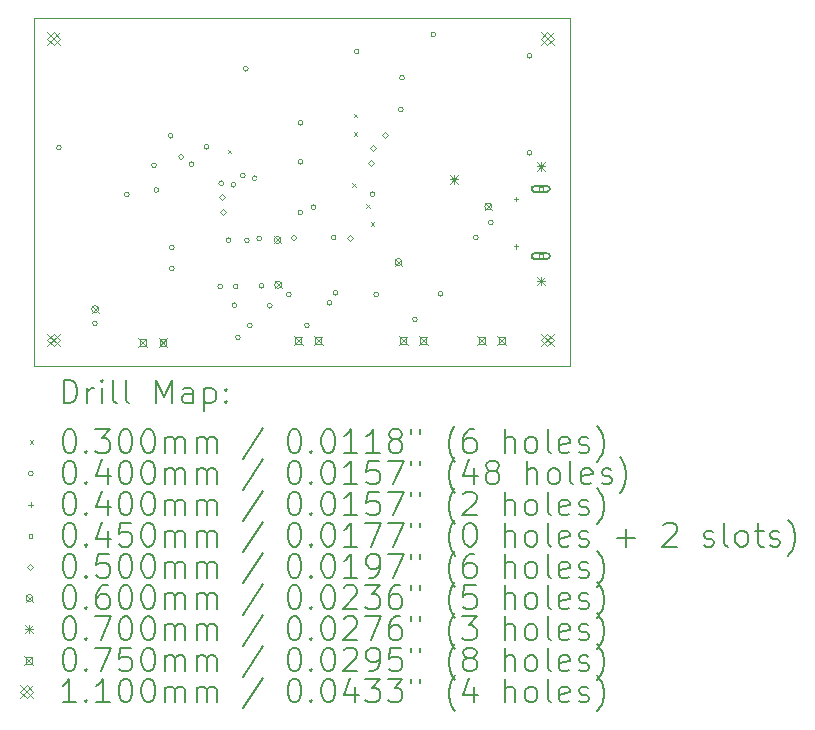
<source format=gbr>
%TF.GenerationSoftware,KiCad,Pcbnew,7.0.6*%
%TF.CreationDate,2024-03-10T16:24:52+08:00*%
%TF.ProjectId,Digital Clock,44696769-7461-46c2-9043-6c6f636b2e6b,_____*%
%TF.SameCoordinates,Original*%
%TF.FileFunction,Drillmap*%
%TF.FilePolarity,Positive*%
%FSLAX45Y45*%
G04 Gerber Fmt 4.5, Leading zero omitted, Abs format (unit mm)*
G04 Created by KiCad (PCBNEW 7.0.6) date 2024-03-10 16:24:52*
%MOMM*%
%LPD*%
G01*
G04 APERTURE LIST*
%ADD10C,0.100000*%
%ADD11C,0.200000*%
%ADD12C,0.030000*%
%ADD13C,0.040000*%
%ADD14C,0.045000*%
%ADD15C,0.050000*%
%ADD16C,0.060000*%
%ADD17C,0.070000*%
%ADD18C,0.075000*%
%ADD19C,0.110000*%
G04 APERTURE END LIST*
D10*
X4341000Y-1940000D02*
X8880000Y-1940000D01*
X8880000Y-4890000D01*
X4341000Y-4890000D01*
X4341000Y-1940000D01*
D11*
D12*
X5983000Y-3058000D02*
X6013000Y-3088000D01*
X6013000Y-3058000D02*
X5983000Y-3088000D01*
X7036000Y-3341000D02*
X7066000Y-3371000D01*
X7066000Y-3341000D02*
X7036000Y-3371000D01*
X7051000Y-2753000D02*
X7081000Y-2783000D01*
X7081000Y-2753000D02*
X7051000Y-2783000D01*
X7051000Y-2913000D02*
X7081000Y-2943000D01*
X7081000Y-2913000D02*
X7051000Y-2943000D01*
X7156000Y-3521000D02*
X7186000Y-3551000D01*
X7186000Y-3521000D02*
X7156000Y-3551000D01*
X7195000Y-3675000D02*
X7225000Y-3705000D01*
X7225000Y-3675000D02*
X7195000Y-3705000D01*
D13*
X4575000Y-3041000D02*
G75*
G03*
X4575000Y-3041000I-20000J0D01*
G01*
X4880000Y-4530000D02*
G75*
G03*
X4880000Y-4530000I-20000J0D01*
G01*
X5149000Y-3437000D02*
G75*
G03*
X5149000Y-3437000I-20000J0D01*
G01*
X5380000Y-3190000D02*
G75*
G03*
X5380000Y-3190000I-20000J0D01*
G01*
X5401000Y-3400000D02*
G75*
G03*
X5401000Y-3400000I-20000J0D01*
G01*
X5520000Y-2940000D02*
G75*
G03*
X5520000Y-2940000I-20000J0D01*
G01*
X5531000Y-3886000D02*
G75*
G03*
X5531000Y-3886000I-20000J0D01*
G01*
X5531000Y-4066000D02*
G75*
G03*
X5531000Y-4066000I-20000J0D01*
G01*
X5610000Y-3120000D02*
G75*
G03*
X5610000Y-3120000I-20000J0D01*
G01*
X5698000Y-3181000D02*
G75*
G03*
X5698000Y-3181000I-20000J0D01*
G01*
X5825000Y-3035000D02*
G75*
G03*
X5825000Y-3035000I-20000J0D01*
G01*
X5941000Y-4216000D02*
G75*
G03*
X5941000Y-4216000I-20000J0D01*
G01*
X5949000Y-3342000D02*
G75*
G03*
X5949000Y-3342000I-20000J0D01*
G01*
X6011000Y-3826000D02*
G75*
G03*
X6011000Y-3826000I-20000J0D01*
G01*
X6051000Y-3356000D02*
G75*
G03*
X6051000Y-3356000I-20000J0D01*
G01*
X6061000Y-4376000D02*
G75*
G03*
X6061000Y-4376000I-20000J0D01*
G01*
X6071000Y-4216000D02*
G75*
G03*
X6071000Y-4216000I-20000J0D01*
G01*
X6090600Y-4648200D02*
G75*
G03*
X6090600Y-4648200I-20000J0D01*
G01*
X6131000Y-3276000D02*
G75*
G03*
X6131000Y-3276000I-20000J0D01*
G01*
X6157000Y-2374000D02*
G75*
G03*
X6157000Y-2374000I-20000J0D01*
G01*
X6167000Y-3827000D02*
G75*
G03*
X6167000Y-3827000I-20000J0D01*
G01*
X6191000Y-4546000D02*
G75*
G03*
X6191000Y-4546000I-20000J0D01*
G01*
X6233000Y-3300000D02*
G75*
G03*
X6233000Y-3300000I-20000J0D01*
G01*
X6270000Y-3810000D02*
G75*
G03*
X6270000Y-3810000I-20000J0D01*
G01*
X6290000Y-4210000D02*
G75*
G03*
X6290000Y-4210000I-20000J0D01*
G01*
X6360000Y-4380000D02*
G75*
G03*
X6360000Y-4380000I-20000J0D01*
G01*
X6521000Y-4286000D02*
G75*
G03*
X6521000Y-4286000I-20000J0D01*
G01*
X6565580Y-3807460D02*
G75*
G03*
X6565580Y-3807460I-20000J0D01*
G01*
X6620000Y-2830000D02*
G75*
G03*
X6620000Y-2830000I-20000J0D01*
G01*
X6620000Y-3160000D02*
G75*
G03*
X6620000Y-3160000I-20000J0D01*
G01*
X6620000Y-3590000D02*
G75*
G03*
X6620000Y-3590000I-20000J0D01*
G01*
X6674800Y-4546600D02*
G75*
G03*
X6674800Y-4546600I-20000J0D01*
G01*
X6731000Y-3546000D02*
G75*
G03*
X6731000Y-3546000I-20000J0D01*
G01*
X6865300Y-4356100D02*
G75*
G03*
X6865300Y-4356100I-20000J0D01*
G01*
X6900860Y-3802380D02*
G75*
G03*
X6900860Y-3802380I-20000J0D01*
G01*
X6916100Y-4269740D02*
G75*
G03*
X6916100Y-4269740I-20000J0D01*
G01*
X7096000Y-2226000D02*
G75*
G03*
X7096000Y-2226000I-20000J0D01*
G01*
X7231000Y-3436000D02*
G75*
G03*
X7231000Y-3436000I-20000J0D01*
G01*
X7261000Y-4286000D02*
G75*
G03*
X7261000Y-4286000I-20000J0D01*
G01*
X7470000Y-2720000D02*
G75*
G03*
X7470000Y-2720000I-20000J0D01*
G01*
X7480000Y-2450000D02*
G75*
G03*
X7480000Y-2450000I-20000J0D01*
G01*
X7589200Y-4495800D02*
G75*
G03*
X7589200Y-4495800I-20000J0D01*
G01*
X7745000Y-2085000D02*
G75*
G03*
X7745000Y-2085000I-20000J0D01*
G01*
X7805100Y-4279900D02*
G75*
G03*
X7805100Y-4279900I-20000J0D01*
G01*
X8104000Y-3801000D02*
G75*
G03*
X8104000Y-3801000I-20000J0D01*
G01*
X8231000Y-3676000D02*
G75*
G03*
X8231000Y-3676000I-20000J0D01*
G01*
X8560000Y-2265000D02*
G75*
G03*
X8560000Y-2265000I-20000J0D01*
G01*
X8560000Y-3085000D02*
G75*
G03*
X8560000Y-3085000I-20000J0D01*
G01*
X8423750Y-3456000D02*
X8423750Y-3496000D01*
X8403750Y-3476000D02*
X8443750Y-3476000D01*
X8423750Y-3856000D02*
X8423750Y-3896000D01*
X8403750Y-3876000D02*
X8443750Y-3876000D01*
D14*
X8649660Y-3406910D02*
X8649660Y-3375090D01*
X8617840Y-3375090D01*
X8617840Y-3406910D01*
X8649660Y-3406910D01*
D11*
X8578750Y-3413500D02*
X8688750Y-3413500D01*
X8688750Y-3413500D02*
G75*
G03*
X8688750Y-3368500I0J22500D01*
G01*
X8688750Y-3368500D02*
X8578750Y-3368500D01*
X8578750Y-3368500D02*
G75*
G03*
X8578750Y-3413500I0J-22500D01*
G01*
D14*
X8649660Y-3974910D02*
X8649660Y-3943090D01*
X8617840Y-3943090D01*
X8617840Y-3974910D01*
X8649660Y-3974910D01*
D11*
X8578750Y-3981500D02*
X8688750Y-3981500D01*
X8688750Y-3981500D02*
G75*
G03*
X8688750Y-3936500I0J22500D01*
G01*
X8688750Y-3936500D02*
X8578750Y-3936500D01*
X8578750Y-3936500D02*
G75*
G03*
X8578750Y-3981500I0J-22500D01*
G01*
D15*
X5933000Y-3485000D02*
X5958000Y-3460000D01*
X5933000Y-3435000D01*
X5908000Y-3460000D01*
X5933000Y-3485000D01*
X5945000Y-3614000D02*
X5970000Y-3589000D01*
X5945000Y-3564000D01*
X5920000Y-3589000D01*
X5945000Y-3614000D01*
X7020000Y-3835000D02*
X7045000Y-3810000D01*
X7020000Y-3785000D01*
X6995000Y-3810000D01*
X7020000Y-3835000D01*
X7197000Y-3194000D02*
X7222000Y-3169000D01*
X7197000Y-3144000D01*
X7172000Y-3169000D01*
X7197000Y-3194000D01*
X7211000Y-3071000D02*
X7236000Y-3046000D01*
X7211000Y-3021000D01*
X7186000Y-3046000D01*
X7211000Y-3071000D01*
X7313000Y-2957000D02*
X7338000Y-2932000D01*
X7313000Y-2907000D01*
X7288000Y-2932000D01*
X7313000Y-2957000D01*
D16*
X4831000Y-4380000D02*
X4891000Y-4440000D01*
X4891000Y-4380000D02*
X4831000Y-4440000D01*
X4891000Y-4410000D02*
G75*
G03*
X4891000Y-4410000I-30000J0D01*
G01*
X6375880Y-3792700D02*
X6435880Y-3852700D01*
X6435880Y-3792700D02*
X6375880Y-3852700D01*
X6435880Y-3822700D02*
G75*
G03*
X6435880Y-3822700I-30000J0D01*
G01*
X6380960Y-4173700D02*
X6440960Y-4233700D01*
X6440960Y-4173700D02*
X6380960Y-4233700D01*
X6440960Y-4203700D02*
G75*
G03*
X6440960Y-4203700I-30000J0D01*
G01*
X7400000Y-3980000D02*
X7460000Y-4040000D01*
X7460000Y-3980000D02*
X7400000Y-4040000D01*
X7460000Y-4010000D02*
G75*
G03*
X7460000Y-4010000I-30000J0D01*
G01*
X8160000Y-3510000D02*
X8220000Y-3570000D01*
X8220000Y-3510000D02*
X8160000Y-3570000D01*
X8220000Y-3540000D02*
G75*
G03*
X8220000Y-3540000I-30000J0D01*
G01*
D17*
X7865000Y-3275000D02*
X7935000Y-3345000D01*
X7935000Y-3275000D02*
X7865000Y-3345000D01*
X7900000Y-3275000D02*
X7900000Y-3345000D01*
X7865000Y-3310000D02*
X7935000Y-3310000D01*
X8598791Y-4135067D02*
X8668791Y-4205067D01*
X8668791Y-4135067D02*
X8598791Y-4205067D01*
X8633791Y-4135067D02*
X8633791Y-4205067D01*
X8598791Y-4170067D02*
X8668791Y-4170067D01*
X8600000Y-3165000D02*
X8670000Y-3235000D01*
X8670000Y-3165000D02*
X8600000Y-3235000D01*
X8635000Y-3165000D02*
X8635000Y-3235000D01*
X8600000Y-3200000D02*
X8670000Y-3200000D01*
D18*
X5228100Y-4654500D02*
X5303100Y-4729500D01*
X5303100Y-4654500D02*
X5228100Y-4729500D01*
X5292117Y-4718517D02*
X5292117Y-4665483D01*
X5239083Y-4665483D01*
X5239083Y-4718517D01*
X5292117Y-4718517D01*
X5398100Y-4654500D02*
X5473100Y-4729500D01*
X5473100Y-4654500D02*
X5398100Y-4729500D01*
X5462117Y-4718517D02*
X5462117Y-4665483D01*
X5409083Y-4665483D01*
X5409083Y-4718517D01*
X5462117Y-4718517D01*
X6542500Y-4636500D02*
X6617500Y-4711500D01*
X6617500Y-4636500D02*
X6542500Y-4711500D01*
X6606517Y-4700517D02*
X6606517Y-4647483D01*
X6553483Y-4647483D01*
X6553483Y-4700517D01*
X6606517Y-4700517D01*
X6712500Y-4636500D02*
X6787500Y-4711500D01*
X6787500Y-4636500D02*
X6712500Y-4711500D01*
X6776517Y-4700517D02*
X6776517Y-4647483D01*
X6723483Y-4647483D01*
X6723483Y-4700517D01*
X6776517Y-4700517D01*
X7431500Y-4636500D02*
X7506500Y-4711500D01*
X7506500Y-4636500D02*
X7431500Y-4711500D01*
X7495517Y-4700517D02*
X7495517Y-4647483D01*
X7442483Y-4647483D01*
X7442483Y-4700517D01*
X7495517Y-4700517D01*
X7601500Y-4636500D02*
X7676500Y-4711500D01*
X7676500Y-4636500D02*
X7601500Y-4711500D01*
X7665517Y-4700517D02*
X7665517Y-4647483D01*
X7612483Y-4647483D01*
X7612483Y-4700517D01*
X7665517Y-4700517D01*
X8097500Y-4636500D02*
X8172500Y-4711500D01*
X8172500Y-4636500D02*
X8097500Y-4711500D01*
X8161517Y-4700517D02*
X8161517Y-4647483D01*
X8108483Y-4647483D01*
X8108483Y-4700517D01*
X8161517Y-4700517D01*
X8267500Y-4636500D02*
X8342500Y-4711500D01*
X8342500Y-4636500D02*
X8267500Y-4711500D01*
X8331517Y-4700517D02*
X8331517Y-4647483D01*
X8278483Y-4647483D01*
X8278483Y-4700517D01*
X8331517Y-4700517D01*
D19*
X4455000Y-2065000D02*
X4565000Y-2175000D01*
X4565000Y-2065000D02*
X4455000Y-2175000D01*
X4510000Y-2175000D02*
X4565000Y-2120000D01*
X4510000Y-2065000D01*
X4455000Y-2120000D01*
X4510000Y-2175000D01*
X4455000Y-4615000D02*
X4565000Y-4725000D01*
X4565000Y-4615000D02*
X4455000Y-4725000D01*
X4510000Y-4725000D02*
X4565000Y-4670000D01*
X4510000Y-4615000D01*
X4455000Y-4670000D01*
X4510000Y-4725000D01*
X8635000Y-2065000D02*
X8745000Y-2175000D01*
X8745000Y-2065000D02*
X8635000Y-2175000D01*
X8690000Y-2175000D02*
X8745000Y-2120000D01*
X8690000Y-2065000D01*
X8635000Y-2120000D01*
X8690000Y-2175000D01*
X8635000Y-4615000D02*
X8745000Y-4725000D01*
X8745000Y-4615000D02*
X8635000Y-4725000D01*
X8690000Y-4725000D02*
X8745000Y-4670000D01*
X8690000Y-4615000D01*
X8635000Y-4670000D01*
X8690000Y-4725000D01*
D11*
X4596777Y-5206484D02*
X4596777Y-5006484D01*
X4596777Y-5006484D02*
X4644396Y-5006484D01*
X4644396Y-5006484D02*
X4672967Y-5016008D01*
X4672967Y-5016008D02*
X4692015Y-5035055D01*
X4692015Y-5035055D02*
X4701539Y-5054103D01*
X4701539Y-5054103D02*
X4711063Y-5092198D01*
X4711063Y-5092198D02*
X4711063Y-5120770D01*
X4711063Y-5120770D02*
X4701539Y-5158865D01*
X4701539Y-5158865D02*
X4692015Y-5177912D01*
X4692015Y-5177912D02*
X4672967Y-5196960D01*
X4672967Y-5196960D02*
X4644396Y-5206484D01*
X4644396Y-5206484D02*
X4596777Y-5206484D01*
X4796777Y-5206484D02*
X4796777Y-5073150D01*
X4796777Y-5111246D02*
X4806301Y-5092198D01*
X4806301Y-5092198D02*
X4815824Y-5082674D01*
X4815824Y-5082674D02*
X4834872Y-5073150D01*
X4834872Y-5073150D02*
X4853920Y-5073150D01*
X4920586Y-5206484D02*
X4920586Y-5073150D01*
X4920586Y-5006484D02*
X4911063Y-5016008D01*
X4911063Y-5016008D02*
X4920586Y-5025531D01*
X4920586Y-5025531D02*
X4930110Y-5016008D01*
X4930110Y-5016008D02*
X4920586Y-5006484D01*
X4920586Y-5006484D02*
X4920586Y-5025531D01*
X5044396Y-5206484D02*
X5025348Y-5196960D01*
X5025348Y-5196960D02*
X5015824Y-5177912D01*
X5015824Y-5177912D02*
X5015824Y-5006484D01*
X5149158Y-5206484D02*
X5130110Y-5196960D01*
X5130110Y-5196960D02*
X5120586Y-5177912D01*
X5120586Y-5177912D02*
X5120586Y-5006484D01*
X5377729Y-5206484D02*
X5377729Y-5006484D01*
X5377729Y-5006484D02*
X5444396Y-5149341D01*
X5444396Y-5149341D02*
X5511063Y-5006484D01*
X5511063Y-5006484D02*
X5511063Y-5206484D01*
X5692015Y-5206484D02*
X5692015Y-5101722D01*
X5692015Y-5101722D02*
X5682491Y-5082674D01*
X5682491Y-5082674D02*
X5663443Y-5073150D01*
X5663443Y-5073150D02*
X5625348Y-5073150D01*
X5625348Y-5073150D02*
X5606301Y-5082674D01*
X5692015Y-5196960D02*
X5672967Y-5206484D01*
X5672967Y-5206484D02*
X5625348Y-5206484D01*
X5625348Y-5206484D02*
X5606301Y-5196960D01*
X5606301Y-5196960D02*
X5596777Y-5177912D01*
X5596777Y-5177912D02*
X5596777Y-5158865D01*
X5596777Y-5158865D02*
X5606301Y-5139817D01*
X5606301Y-5139817D02*
X5625348Y-5130293D01*
X5625348Y-5130293D02*
X5672967Y-5130293D01*
X5672967Y-5130293D02*
X5692015Y-5120770D01*
X5787253Y-5073150D02*
X5787253Y-5273150D01*
X5787253Y-5082674D02*
X5806301Y-5073150D01*
X5806301Y-5073150D02*
X5844396Y-5073150D01*
X5844396Y-5073150D02*
X5863443Y-5082674D01*
X5863443Y-5082674D02*
X5872967Y-5092198D01*
X5872967Y-5092198D02*
X5882491Y-5111246D01*
X5882491Y-5111246D02*
X5882491Y-5168389D01*
X5882491Y-5168389D02*
X5872967Y-5187436D01*
X5872967Y-5187436D02*
X5863443Y-5196960D01*
X5863443Y-5196960D02*
X5844396Y-5206484D01*
X5844396Y-5206484D02*
X5806301Y-5206484D01*
X5806301Y-5206484D02*
X5787253Y-5196960D01*
X5968205Y-5187436D02*
X5977729Y-5196960D01*
X5977729Y-5196960D02*
X5968205Y-5206484D01*
X5968205Y-5206484D02*
X5958682Y-5196960D01*
X5958682Y-5196960D02*
X5968205Y-5187436D01*
X5968205Y-5187436D02*
X5968205Y-5206484D01*
X5968205Y-5082674D02*
X5977729Y-5092198D01*
X5977729Y-5092198D02*
X5968205Y-5101722D01*
X5968205Y-5101722D02*
X5958682Y-5092198D01*
X5958682Y-5092198D02*
X5968205Y-5082674D01*
X5968205Y-5082674D02*
X5968205Y-5101722D01*
D12*
X4306000Y-5520000D02*
X4336000Y-5550000D01*
X4336000Y-5520000D02*
X4306000Y-5550000D01*
D11*
X4634872Y-5426484D02*
X4653920Y-5426484D01*
X4653920Y-5426484D02*
X4672967Y-5436008D01*
X4672967Y-5436008D02*
X4682491Y-5445531D01*
X4682491Y-5445531D02*
X4692015Y-5464579D01*
X4692015Y-5464579D02*
X4701539Y-5502674D01*
X4701539Y-5502674D02*
X4701539Y-5550293D01*
X4701539Y-5550293D02*
X4692015Y-5588389D01*
X4692015Y-5588389D02*
X4682491Y-5607436D01*
X4682491Y-5607436D02*
X4672967Y-5616960D01*
X4672967Y-5616960D02*
X4653920Y-5626484D01*
X4653920Y-5626484D02*
X4634872Y-5626484D01*
X4634872Y-5626484D02*
X4615824Y-5616960D01*
X4615824Y-5616960D02*
X4606301Y-5607436D01*
X4606301Y-5607436D02*
X4596777Y-5588389D01*
X4596777Y-5588389D02*
X4587253Y-5550293D01*
X4587253Y-5550293D02*
X4587253Y-5502674D01*
X4587253Y-5502674D02*
X4596777Y-5464579D01*
X4596777Y-5464579D02*
X4606301Y-5445531D01*
X4606301Y-5445531D02*
X4615824Y-5436008D01*
X4615824Y-5436008D02*
X4634872Y-5426484D01*
X4787253Y-5607436D02*
X4796777Y-5616960D01*
X4796777Y-5616960D02*
X4787253Y-5626484D01*
X4787253Y-5626484D02*
X4777729Y-5616960D01*
X4777729Y-5616960D02*
X4787253Y-5607436D01*
X4787253Y-5607436D02*
X4787253Y-5626484D01*
X4863444Y-5426484D02*
X4987253Y-5426484D01*
X4987253Y-5426484D02*
X4920586Y-5502674D01*
X4920586Y-5502674D02*
X4949158Y-5502674D01*
X4949158Y-5502674D02*
X4968205Y-5512198D01*
X4968205Y-5512198D02*
X4977729Y-5521722D01*
X4977729Y-5521722D02*
X4987253Y-5540770D01*
X4987253Y-5540770D02*
X4987253Y-5588389D01*
X4987253Y-5588389D02*
X4977729Y-5607436D01*
X4977729Y-5607436D02*
X4968205Y-5616960D01*
X4968205Y-5616960D02*
X4949158Y-5626484D01*
X4949158Y-5626484D02*
X4892015Y-5626484D01*
X4892015Y-5626484D02*
X4872967Y-5616960D01*
X4872967Y-5616960D02*
X4863444Y-5607436D01*
X5111063Y-5426484D02*
X5130110Y-5426484D01*
X5130110Y-5426484D02*
X5149158Y-5436008D01*
X5149158Y-5436008D02*
X5158682Y-5445531D01*
X5158682Y-5445531D02*
X5168205Y-5464579D01*
X5168205Y-5464579D02*
X5177729Y-5502674D01*
X5177729Y-5502674D02*
X5177729Y-5550293D01*
X5177729Y-5550293D02*
X5168205Y-5588389D01*
X5168205Y-5588389D02*
X5158682Y-5607436D01*
X5158682Y-5607436D02*
X5149158Y-5616960D01*
X5149158Y-5616960D02*
X5130110Y-5626484D01*
X5130110Y-5626484D02*
X5111063Y-5626484D01*
X5111063Y-5626484D02*
X5092015Y-5616960D01*
X5092015Y-5616960D02*
X5082491Y-5607436D01*
X5082491Y-5607436D02*
X5072967Y-5588389D01*
X5072967Y-5588389D02*
X5063444Y-5550293D01*
X5063444Y-5550293D02*
X5063444Y-5502674D01*
X5063444Y-5502674D02*
X5072967Y-5464579D01*
X5072967Y-5464579D02*
X5082491Y-5445531D01*
X5082491Y-5445531D02*
X5092015Y-5436008D01*
X5092015Y-5436008D02*
X5111063Y-5426484D01*
X5301539Y-5426484D02*
X5320586Y-5426484D01*
X5320586Y-5426484D02*
X5339634Y-5436008D01*
X5339634Y-5436008D02*
X5349158Y-5445531D01*
X5349158Y-5445531D02*
X5358682Y-5464579D01*
X5358682Y-5464579D02*
X5368205Y-5502674D01*
X5368205Y-5502674D02*
X5368205Y-5550293D01*
X5368205Y-5550293D02*
X5358682Y-5588389D01*
X5358682Y-5588389D02*
X5349158Y-5607436D01*
X5349158Y-5607436D02*
X5339634Y-5616960D01*
X5339634Y-5616960D02*
X5320586Y-5626484D01*
X5320586Y-5626484D02*
X5301539Y-5626484D01*
X5301539Y-5626484D02*
X5282491Y-5616960D01*
X5282491Y-5616960D02*
X5272967Y-5607436D01*
X5272967Y-5607436D02*
X5263444Y-5588389D01*
X5263444Y-5588389D02*
X5253920Y-5550293D01*
X5253920Y-5550293D02*
X5253920Y-5502674D01*
X5253920Y-5502674D02*
X5263444Y-5464579D01*
X5263444Y-5464579D02*
X5272967Y-5445531D01*
X5272967Y-5445531D02*
X5282491Y-5436008D01*
X5282491Y-5436008D02*
X5301539Y-5426484D01*
X5453920Y-5626484D02*
X5453920Y-5493150D01*
X5453920Y-5512198D02*
X5463444Y-5502674D01*
X5463444Y-5502674D02*
X5482491Y-5493150D01*
X5482491Y-5493150D02*
X5511063Y-5493150D01*
X5511063Y-5493150D02*
X5530110Y-5502674D01*
X5530110Y-5502674D02*
X5539634Y-5521722D01*
X5539634Y-5521722D02*
X5539634Y-5626484D01*
X5539634Y-5521722D02*
X5549158Y-5502674D01*
X5549158Y-5502674D02*
X5568205Y-5493150D01*
X5568205Y-5493150D02*
X5596777Y-5493150D01*
X5596777Y-5493150D02*
X5615824Y-5502674D01*
X5615824Y-5502674D02*
X5625348Y-5521722D01*
X5625348Y-5521722D02*
X5625348Y-5626484D01*
X5720586Y-5626484D02*
X5720586Y-5493150D01*
X5720586Y-5512198D02*
X5730110Y-5502674D01*
X5730110Y-5502674D02*
X5749158Y-5493150D01*
X5749158Y-5493150D02*
X5777729Y-5493150D01*
X5777729Y-5493150D02*
X5796777Y-5502674D01*
X5796777Y-5502674D02*
X5806301Y-5521722D01*
X5806301Y-5521722D02*
X5806301Y-5626484D01*
X5806301Y-5521722D02*
X5815824Y-5502674D01*
X5815824Y-5502674D02*
X5834872Y-5493150D01*
X5834872Y-5493150D02*
X5863443Y-5493150D01*
X5863443Y-5493150D02*
X5882491Y-5502674D01*
X5882491Y-5502674D02*
X5892015Y-5521722D01*
X5892015Y-5521722D02*
X5892015Y-5626484D01*
X6282491Y-5416960D02*
X6111063Y-5674103D01*
X6539634Y-5426484D02*
X6558682Y-5426484D01*
X6558682Y-5426484D02*
X6577729Y-5436008D01*
X6577729Y-5436008D02*
X6587253Y-5445531D01*
X6587253Y-5445531D02*
X6596777Y-5464579D01*
X6596777Y-5464579D02*
X6606301Y-5502674D01*
X6606301Y-5502674D02*
X6606301Y-5550293D01*
X6606301Y-5550293D02*
X6596777Y-5588389D01*
X6596777Y-5588389D02*
X6587253Y-5607436D01*
X6587253Y-5607436D02*
X6577729Y-5616960D01*
X6577729Y-5616960D02*
X6558682Y-5626484D01*
X6558682Y-5626484D02*
X6539634Y-5626484D01*
X6539634Y-5626484D02*
X6520586Y-5616960D01*
X6520586Y-5616960D02*
X6511063Y-5607436D01*
X6511063Y-5607436D02*
X6501539Y-5588389D01*
X6501539Y-5588389D02*
X6492015Y-5550293D01*
X6492015Y-5550293D02*
X6492015Y-5502674D01*
X6492015Y-5502674D02*
X6501539Y-5464579D01*
X6501539Y-5464579D02*
X6511063Y-5445531D01*
X6511063Y-5445531D02*
X6520586Y-5436008D01*
X6520586Y-5436008D02*
X6539634Y-5426484D01*
X6692015Y-5607436D02*
X6701539Y-5616960D01*
X6701539Y-5616960D02*
X6692015Y-5626484D01*
X6692015Y-5626484D02*
X6682491Y-5616960D01*
X6682491Y-5616960D02*
X6692015Y-5607436D01*
X6692015Y-5607436D02*
X6692015Y-5626484D01*
X6825348Y-5426484D02*
X6844396Y-5426484D01*
X6844396Y-5426484D02*
X6863444Y-5436008D01*
X6863444Y-5436008D02*
X6872967Y-5445531D01*
X6872967Y-5445531D02*
X6882491Y-5464579D01*
X6882491Y-5464579D02*
X6892015Y-5502674D01*
X6892015Y-5502674D02*
X6892015Y-5550293D01*
X6892015Y-5550293D02*
X6882491Y-5588389D01*
X6882491Y-5588389D02*
X6872967Y-5607436D01*
X6872967Y-5607436D02*
X6863444Y-5616960D01*
X6863444Y-5616960D02*
X6844396Y-5626484D01*
X6844396Y-5626484D02*
X6825348Y-5626484D01*
X6825348Y-5626484D02*
X6806301Y-5616960D01*
X6806301Y-5616960D02*
X6796777Y-5607436D01*
X6796777Y-5607436D02*
X6787253Y-5588389D01*
X6787253Y-5588389D02*
X6777729Y-5550293D01*
X6777729Y-5550293D02*
X6777729Y-5502674D01*
X6777729Y-5502674D02*
X6787253Y-5464579D01*
X6787253Y-5464579D02*
X6796777Y-5445531D01*
X6796777Y-5445531D02*
X6806301Y-5436008D01*
X6806301Y-5436008D02*
X6825348Y-5426484D01*
X7082491Y-5626484D02*
X6968206Y-5626484D01*
X7025348Y-5626484D02*
X7025348Y-5426484D01*
X7025348Y-5426484D02*
X7006301Y-5455055D01*
X7006301Y-5455055D02*
X6987253Y-5474103D01*
X6987253Y-5474103D02*
X6968206Y-5483627D01*
X7272967Y-5626484D02*
X7158682Y-5626484D01*
X7215825Y-5626484D02*
X7215825Y-5426484D01*
X7215825Y-5426484D02*
X7196777Y-5455055D01*
X7196777Y-5455055D02*
X7177729Y-5474103D01*
X7177729Y-5474103D02*
X7158682Y-5483627D01*
X7387253Y-5512198D02*
X7368206Y-5502674D01*
X7368206Y-5502674D02*
X7358682Y-5493150D01*
X7358682Y-5493150D02*
X7349158Y-5474103D01*
X7349158Y-5474103D02*
X7349158Y-5464579D01*
X7349158Y-5464579D02*
X7358682Y-5445531D01*
X7358682Y-5445531D02*
X7368206Y-5436008D01*
X7368206Y-5436008D02*
X7387253Y-5426484D01*
X7387253Y-5426484D02*
X7425348Y-5426484D01*
X7425348Y-5426484D02*
X7444396Y-5436008D01*
X7444396Y-5436008D02*
X7453920Y-5445531D01*
X7453920Y-5445531D02*
X7463444Y-5464579D01*
X7463444Y-5464579D02*
X7463444Y-5474103D01*
X7463444Y-5474103D02*
X7453920Y-5493150D01*
X7453920Y-5493150D02*
X7444396Y-5502674D01*
X7444396Y-5502674D02*
X7425348Y-5512198D01*
X7425348Y-5512198D02*
X7387253Y-5512198D01*
X7387253Y-5512198D02*
X7368206Y-5521722D01*
X7368206Y-5521722D02*
X7358682Y-5531246D01*
X7358682Y-5531246D02*
X7349158Y-5550293D01*
X7349158Y-5550293D02*
X7349158Y-5588389D01*
X7349158Y-5588389D02*
X7358682Y-5607436D01*
X7358682Y-5607436D02*
X7368206Y-5616960D01*
X7368206Y-5616960D02*
X7387253Y-5626484D01*
X7387253Y-5626484D02*
X7425348Y-5626484D01*
X7425348Y-5626484D02*
X7444396Y-5616960D01*
X7444396Y-5616960D02*
X7453920Y-5607436D01*
X7453920Y-5607436D02*
X7463444Y-5588389D01*
X7463444Y-5588389D02*
X7463444Y-5550293D01*
X7463444Y-5550293D02*
X7453920Y-5531246D01*
X7453920Y-5531246D02*
X7444396Y-5521722D01*
X7444396Y-5521722D02*
X7425348Y-5512198D01*
X7539634Y-5426484D02*
X7539634Y-5464579D01*
X7615825Y-5426484D02*
X7615825Y-5464579D01*
X7911063Y-5702674D02*
X7901539Y-5693150D01*
X7901539Y-5693150D02*
X7882491Y-5664579D01*
X7882491Y-5664579D02*
X7872968Y-5645531D01*
X7872968Y-5645531D02*
X7863444Y-5616960D01*
X7863444Y-5616960D02*
X7853920Y-5569341D01*
X7853920Y-5569341D02*
X7853920Y-5531246D01*
X7853920Y-5531246D02*
X7863444Y-5483627D01*
X7863444Y-5483627D02*
X7872968Y-5455055D01*
X7872968Y-5455055D02*
X7882491Y-5436008D01*
X7882491Y-5436008D02*
X7901539Y-5407436D01*
X7901539Y-5407436D02*
X7911063Y-5397912D01*
X8072968Y-5426484D02*
X8034872Y-5426484D01*
X8034872Y-5426484D02*
X8015825Y-5436008D01*
X8015825Y-5436008D02*
X8006301Y-5445531D01*
X8006301Y-5445531D02*
X7987253Y-5474103D01*
X7987253Y-5474103D02*
X7977729Y-5512198D01*
X7977729Y-5512198D02*
X7977729Y-5588389D01*
X7977729Y-5588389D02*
X7987253Y-5607436D01*
X7987253Y-5607436D02*
X7996777Y-5616960D01*
X7996777Y-5616960D02*
X8015825Y-5626484D01*
X8015825Y-5626484D02*
X8053920Y-5626484D01*
X8053920Y-5626484D02*
X8072968Y-5616960D01*
X8072968Y-5616960D02*
X8082491Y-5607436D01*
X8082491Y-5607436D02*
X8092015Y-5588389D01*
X8092015Y-5588389D02*
X8092015Y-5540770D01*
X8092015Y-5540770D02*
X8082491Y-5521722D01*
X8082491Y-5521722D02*
X8072968Y-5512198D01*
X8072968Y-5512198D02*
X8053920Y-5502674D01*
X8053920Y-5502674D02*
X8015825Y-5502674D01*
X8015825Y-5502674D02*
X7996777Y-5512198D01*
X7996777Y-5512198D02*
X7987253Y-5521722D01*
X7987253Y-5521722D02*
X7977729Y-5540770D01*
X8330110Y-5626484D02*
X8330110Y-5426484D01*
X8415825Y-5626484D02*
X8415825Y-5521722D01*
X8415825Y-5521722D02*
X8406301Y-5502674D01*
X8406301Y-5502674D02*
X8387253Y-5493150D01*
X8387253Y-5493150D02*
X8358682Y-5493150D01*
X8358682Y-5493150D02*
X8339634Y-5502674D01*
X8339634Y-5502674D02*
X8330110Y-5512198D01*
X8539634Y-5626484D02*
X8520587Y-5616960D01*
X8520587Y-5616960D02*
X8511063Y-5607436D01*
X8511063Y-5607436D02*
X8501539Y-5588389D01*
X8501539Y-5588389D02*
X8501539Y-5531246D01*
X8501539Y-5531246D02*
X8511063Y-5512198D01*
X8511063Y-5512198D02*
X8520587Y-5502674D01*
X8520587Y-5502674D02*
X8539634Y-5493150D01*
X8539634Y-5493150D02*
X8568206Y-5493150D01*
X8568206Y-5493150D02*
X8587253Y-5502674D01*
X8587253Y-5502674D02*
X8596777Y-5512198D01*
X8596777Y-5512198D02*
X8606301Y-5531246D01*
X8606301Y-5531246D02*
X8606301Y-5588389D01*
X8606301Y-5588389D02*
X8596777Y-5607436D01*
X8596777Y-5607436D02*
X8587253Y-5616960D01*
X8587253Y-5616960D02*
X8568206Y-5626484D01*
X8568206Y-5626484D02*
X8539634Y-5626484D01*
X8720587Y-5626484D02*
X8701539Y-5616960D01*
X8701539Y-5616960D02*
X8692015Y-5597912D01*
X8692015Y-5597912D02*
X8692015Y-5426484D01*
X8872968Y-5616960D02*
X8853920Y-5626484D01*
X8853920Y-5626484D02*
X8815825Y-5626484D01*
X8815825Y-5626484D02*
X8796777Y-5616960D01*
X8796777Y-5616960D02*
X8787253Y-5597912D01*
X8787253Y-5597912D02*
X8787253Y-5521722D01*
X8787253Y-5521722D02*
X8796777Y-5502674D01*
X8796777Y-5502674D02*
X8815825Y-5493150D01*
X8815825Y-5493150D02*
X8853920Y-5493150D01*
X8853920Y-5493150D02*
X8872968Y-5502674D01*
X8872968Y-5502674D02*
X8882492Y-5521722D01*
X8882492Y-5521722D02*
X8882492Y-5540770D01*
X8882492Y-5540770D02*
X8787253Y-5559817D01*
X8958682Y-5616960D02*
X8977730Y-5626484D01*
X8977730Y-5626484D02*
X9015825Y-5626484D01*
X9015825Y-5626484D02*
X9034873Y-5616960D01*
X9034873Y-5616960D02*
X9044396Y-5597912D01*
X9044396Y-5597912D02*
X9044396Y-5588389D01*
X9044396Y-5588389D02*
X9034873Y-5569341D01*
X9034873Y-5569341D02*
X9015825Y-5559817D01*
X9015825Y-5559817D02*
X8987253Y-5559817D01*
X8987253Y-5559817D02*
X8968206Y-5550293D01*
X8968206Y-5550293D02*
X8958682Y-5531246D01*
X8958682Y-5531246D02*
X8958682Y-5521722D01*
X8958682Y-5521722D02*
X8968206Y-5502674D01*
X8968206Y-5502674D02*
X8987253Y-5493150D01*
X8987253Y-5493150D02*
X9015825Y-5493150D01*
X9015825Y-5493150D02*
X9034873Y-5502674D01*
X9111063Y-5702674D02*
X9120587Y-5693150D01*
X9120587Y-5693150D02*
X9139634Y-5664579D01*
X9139634Y-5664579D02*
X9149158Y-5645531D01*
X9149158Y-5645531D02*
X9158682Y-5616960D01*
X9158682Y-5616960D02*
X9168206Y-5569341D01*
X9168206Y-5569341D02*
X9168206Y-5531246D01*
X9168206Y-5531246D02*
X9158682Y-5483627D01*
X9158682Y-5483627D02*
X9149158Y-5455055D01*
X9149158Y-5455055D02*
X9139634Y-5436008D01*
X9139634Y-5436008D02*
X9120587Y-5407436D01*
X9120587Y-5407436D02*
X9111063Y-5397912D01*
D13*
X4336000Y-5799000D02*
G75*
G03*
X4336000Y-5799000I-20000J0D01*
G01*
D11*
X4634872Y-5690484D02*
X4653920Y-5690484D01*
X4653920Y-5690484D02*
X4672967Y-5700008D01*
X4672967Y-5700008D02*
X4682491Y-5709531D01*
X4682491Y-5709531D02*
X4692015Y-5728579D01*
X4692015Y-5728579D02*
X4701539Y-5766674D01*
X4701539Y-5766674D02*
X4701539Y-5814293D01*
X4701539Y-5814293D02*
X4692015Y-5852388D01*
X4692015Y-5852388D02*
X4682491Y-5871436D01*
X4682491Y-5871436D02*
X4672967Y-5880960D01*
X4672967Y-5880960D02*
X4653920Y-5890484D01*
X4653920Y-5890484D02*
X4634872Y-5890484D01*
X4634872Y-5890484D02*
X4615824Y-5880960D01*
X4615824Y-5880960D02*
X4606301Y-5871436D01*
X4606301Y-5871436D02*
X4596777Y-5852388D01*
X4596777Y-5852388D02*
X4587253Y-5814293D01*
X4587253Y-5814293D02*
X4587253Y-5766674D01*
X4587253Y-5766674D02*
X4596777Y-5728579D01*
X4596777Y-5728579D02*
X4606301Y-5709531D01*
X4606301Y-5709531D02*
X4615824Y-5700008D01*
X4615824Y-5700008D02*
X4634872Y-5690484D01*
X4787253Y-5871436D02*
X4796777Y-5880960D01*
X4796777Y-5880960D02*
X4787253Y-5890484D01*
X4787253Y-5890484D02*
X4777729Y-5880960D01*
X4777729Y-5880960D02*
X4787253Y-5871436D01*
X4787253Y-5871436D02*
X4787253Y-5890484D01*
X4968205Y-5757150D02*
X4968205Y-5890484D01*
X4920586Y-5680960D02*
X4872967Y-5823817D01*
X4872967Y-5823817D02*
X4996777Y-5823817D01*
X5111063Y-5690484D02*
X5130110Y-5690484D01*
X5130110Y-5690484D02*
X5149158Y-5700008D01*
X5149158Y-5700008D02*
X5158682Y-5709531D01*
X5158682Y-5709531D02*
X5168205Y-5728579D01*
X5168205Y-5728579D02*
X5177729Y-5766674D01*
X5177729Y-5766674D02*
X5177729Y-5814293D01*
X5177729Y-5814293D02*
X5168205Y-5852388D01*
X5168205Y-5852388D02*
X5158682Y-5871436D01*
X5158682Y-5871436D02*
X5149158Y-5880960D01*
X5149158Y-5880960D02*
X5130110Y-5890484D01*
X5130110Y-5890484D02*
X5111063Y-5890484D01*
X5111063Y-5890484D02*
X5092015Y-5880960D01*
X5092015Y-5880960D02*
X5082491Y-5871436D01*
X5082491Y-5871436D02*
X5072967Y-5852388D01*
X5072967Y-5852388D02*
X5063444Y-5814293D01*
X5063444Y-5814293D02*
X5063444Y-5766674D01*
X5063444Y-5766674D02*
X5072967Y-5728579D01*
X5072967Y-5728579D02*
X5082491Y-5709531D01*
X5082491Y-5709531D02*
X5092015Y-5700008D01*
X5092015Y-5700008D02*
X5111063Y-5690484D01*
X5301539Y-5690484D02*
X5320586Y-5690484D01*
X5320586Y-5690484D02*
X5339634Y-5700008D01*
X5339634Y-5700008D02*
X5349158Y-5709531D01*
X5349158Y-5709531D02*
X5358682Y-5728579D01*
X5358682Y-5728579D02*
X5368205Y-5766674D01*
X5368205Y-5766674D02*
X5368205Y-5814293D01*
X5368205Y-5814293D02*
X5358682Y-5852388D01*
X5358682Y-5852388D02*
X5349158Y-5871436D01*
X5349158Y-5871436D02*
X5339634Y-5880960D01*
X5339634Y-5880960D02*
X5320586Y-5890484D01*
X5320586Y-5890484D02*
X5301539Y-5890484D01*
X5301539Y-5890484D02*
X5282491Y-5880960D01*
X5282491Y-5880960D02*
X5272967Y-5871436D01*
X5272967Y-5871436D02*
X5263444Y-5852388D01*
X5263444Y-5852388D02*
X5253920Y-5814293D01*
X5253920Y-5814293D02*
X5253920Y-5766674D01*
X5253920Y-5766674D02*
X5263444Y-5728579D01*
X5263444Y-5728579D02*
X5272967Y-5709531D01*
X5272967Y-5709531D02*
X5282491Y-5700008D01*
X5282491Y-5700008D02*
X5301539Y-5690484D01*
X5453920Y-5890484D02*
X5453920Y-5757150D01*
X5453920Y-5776198D02*
X5463444Y-5766674D01*
X5463444Y-5766674D02*
X5482491Y-5757150D01*
X5482491Y-5757150D02*
X5511063Y-5757150D01*
X5511063Y-5757150D02*
X5530110Y-5766674D01*
X5530110Y-5766674D02*
X5539634Y-5785722D01*
X5539634Y-5785722D02*
X5539634Y-5890484D01*
X5539634Y-5785722D02*
X5549158Y-5766674D01*
X5549158Y-5766674D02*
X5568205Y-5757150D01*
X5568205Y-5757150D02*
X5596777Y-5757150D01*
X5596777Y-5757150D02*
X5615824Y-5766674D01*
X5615824Y-5766674D02*
X5625348Y-5785722D01*
X5625348Y-5785722D02*
X5625348Y-5890484D01*
X5720586Y-5890484D02*
X5720586Y-5757150D01*
X5720586Y-5776198D02*
X5730110Y-5766674D01*
X5730110Y-5766674D02*
X5749158Y-5757150D01*
X5749158Y-5757150D02*
X5777729Y-5757150D01*
X5777729Y-5757150D02*
X5796777Y-5766674D01*
X5796777Y-5766674D02*
X5806301Y-5785722D01*
X5806301Y-5785722D02*
X5806301Y-5890484D01*
X5806301Y-5785722D02*
X5815824Y-5766674D01*
X5815824Y-5766674D02*
X5834872Y-5757150D01*
X5834872Y-5757150D02*
X5863443Y-5757150D01*
X5863443Y-5757150D02*
X5882491Y-5766674D01*
X5882491Y-5766674D02*
X5892015Y-5785722D01*
X5892015Y-5785722D02*
X5892015Y-5890484D01*
X6282491Y-5680960D02*
X6111063Y-5938103D01*
X6539634Y-5690484D02*
X6558682Y-5690484D01*
X6558682Y-5690484D02*
X6577729Y-5700008D01*
X6577729Y-5700008D02*
X6587253Y-5709531D01*
X6587253Y-5709531D02*
X6596777Y-5728579D01*
X6596777Y-5728579D02*
X6606301Y-5766674D01*
X6606301Y-5766674D02*
X6606301Y-5814293D01*
X6606301Y-5814293D02*
X6596777Y-5852388D01*
X6596777Y-5852388D02*
X6587253Y-5871436D01*
X6587253Y-5871436D02*
X6577729Y-5880960D01*
X6577729Y-5880960D02*
X6558682Y-5890484D01*
X6558682Y-5890484D02*
X6539634Y-5890484D01*
X6539634Y-5890484D02*
X6520586Y-5880960D01*
X6520586Y-5880960D02*
X6511063Y-5871436D01*
X6511063Y-5871436D02*
X6501539Y-5852388D01*
X6501539Y-5852388D02*
X6492015Y-5814293D01*
X6492015Y-5814293D02*
X6492015Y-5766674D01*
X6492015Y-5766674D02*
X6501539Y-5728579D01*
X6501539Y-5728579D02*
X6511063Y-5709531D01*
X6511063Y-5709531D02*
X6520586Y-5700008D01*
X6520586Y-5700008D02*
X6539634Y-5690484D01*
X6692015Y-5871436D02*
X6701539Y-5880960D01*
X6701539Y-5880960D02*
X6692015Y-5890484D01*
X6692015Y-5890484D02*
X6682491Y-5880960D01*
X6682491Y-5880960D02*
X6692015Y-5871436D01*
X6692015Y-5871436D02*
X6692015Y-5890484D01*
X6825348Y-5690484D02*
X6844396Y-5690484D01*
X6844396Y-5690484D02*
X6863444Y-5700008D01*
X6863444Y-5700008D02*
X6872967Y-5709531D01*
X6872967Y-5709531D02*
X6882491Y-5728579D01*
X6882491Y-5728579D02*
X6892015Y-5766674D01*
X6892015Y-5766674D02*
X6892015Y-5814293D01*
X6892015Y-5814293D02*
X6882491Y-5852388D01*
X6882491Y-5852388D02*
X6872967Y-5871436D01*
X6872967Y-5871436D02*
X6863444Y-5880960D01*
X6863444Y-5880960D02*
X6844396Y-5890484D01*
X6844396Y-5890484D02*
X6825348Y-5890484D01*
X6825348Y-5890484D02*
X6806301Y-5880960D01*
X6806301Y-5880960D02*
X6796777Y-5871436D01*
X6796777Y-5871436D02*
X6787253Y-5852388D01*
X6787253Y-5852388D02*
X6777729Y-5814293D01*
X6777729Y-5814293D02*
X6777729Y-5766674D01*
X6777729Y-5766674D02*
X6787253Y-5728579D01*
X6787253Y-5728579D02*
X6796777Y-5709531D01*
X6796777Y-5709531D02*
X6806301Y-5700008D01*
X6806301Y-5700008D02*
X6825348Y-5690484D01*
X7082491Y-5890484D02*
X6968206Y-5890484D01*
X7025348Y-5890484D02*
X7025348Y-5690484D01*
X7025348Y-5690484D02*
X7006301Y-5719055D01*
X7006301Y-5719055D02*
X6987253Y-5738103D01*
X6987253Y-5738103D02*
X6968206Y-5747627D01*
X7263444Y-5690484D02*
X7168206Y-5690484D01*
X7168206Y-5690484D02*
X7158682Y-5785722D01*
X7158682Y-5785722D02*
X7168206Y-5776198D01*
X7168206Y-5776198D02*
X7187253Y-5766674D01*
X7187253Y-5766674D02*
X7234872Y-5766674D01*
X7234872Y-5766674D02*
X7253920Y-5776198D01*
X7253920Y-5776198D02*
X7263444Y-5785722D01*
X7263444Y-5785722D02*
X7272967Y-5804769D01*
X7272967Y-5804769D02*
X7272967Y-5852388D01*
X7272967Y-5852388D02*
X7263444Y-5871436D01*
X7263444Y-5871436D02*
X7253920Y-5880960D01*
X7253920Y-5880960D02*
X7234872Y-5890484D01*
X7234872Y-5890484D02*
X7187253Y-5890484D01*
X7187253Y-5890484D02*
X7168206Y-5880960D01*
X7168206Y-5880960D02*
X7158682Y-5871436D01*
X7339634Y-5690484D02*
X7472967Y-5690484D01*
X7472967Y-5690484D02*
X7387253Y-5890484D01*
X7539634Y-5690484D02*
X7539634Y-5728579D01*
X7615825Y-5690484D02*
X7615825Y-5728579D01*
X7911063Y-5966674D02*
X7901539Y-5957150D01*
X7901539Y-5957150D02*
X7882491Y-5928579D01*
X7882491Y-5928579D02*
X7872968Y-5909531D01*
X7872968Y-5909531D02*
X7863444Y-5880960D01*
X7863444Y-5880960D02*
X7853920Y-5833341D01*
X7853920Y-5833341D02*
X7853920Y-5795246D01*
X7853920Y-5795246D02*
X7863444Y-5747627D01*
X7863444Y-5747627D02*
X7872968Y-5719055D01*
X7872968Y-5719055D02*
X7882491Y-5700008D01*
X7882491Y-5700008D02*
X7901539Y-5671436D01*
X7901539Y-5671436D02*
X7911063Y-5661912D01*
X8072968Y-5757150D02*
X8072968Y-5890484D01*
X8025348Y-5680960D02*
X7977729Y-5823817D01*
X7977729Y-5823817D02*
X8101539Y-5823817D01*
X8206301Y-5776198D02*
X8187253Y-5766674D01*
X8187253Y-5766674D02*
X8177729Y-5757150D01*
X8177729Y-5757150D02*
X8168206Y-5738103D01*
X8168206Y-5738103D02*
X8168206Y-5728579D01*
X8168206Y-5728579D02*
X8177729Y-5709531D01*
X8177729Y-5709531D02*
X8187253Y-5700008D01*
X8187253Y-5700008D02*
X8206301Y-5690484D01*
X8206301Y-5690484D02*
X8244396Y-5690484D01*
X8244396Y-5690484D02*
X8263444Y-5700008D01*
X8263444Y-5700008D02*
X8272968Y-5709531D01*
X8272968Y-5709531D02*
X8282491Y-5728579D01*
X8282491Y-5728579D02*
X8282491Y-5738103D01*
X8282491Y-5738103D02*
X8272968Y-5757150D01*
X8272968Y-5757150D02*
X8263444Y-5766674D01*
X8263444Y-5766674D02*
X8244396Y-5776198D01*
X8244396Y-5776198D02*
X8206301Y-5776198D01*
X8206301Y-5776198D02*
X8187253Y-5785722D01*
X8187253Y-5785722D02*
X8177729Y-5795246D01*
X8177729Y-5795246D02*
X8168206Y-5814293D01*
X8168206Y-5814293D02*
X8168206Y-5852388D01*
X8168206Y-5852388D02*
X8177729Y-5871436D01*
X8177729Y-5871436D02*
X8187253Y-5880960D01*
X8187253Y-5880960D02*
X8206301Y-5890484D01*
X8206301Y-5890484D02*
X8244396Y-5890484D01*
X8244396Y-5890484D02*
X8263444Y-5880960D01*
X8263444Y-5880960D02*
X8272968Y-5871436D01*
X8272968Y-5871436D02*
X8282491Y-5852388D01*
X8282491Y-5852388D02*
X8282491Y-5814293D01*
X8282491Y-5814293D02*
X8272968Y-5795246D01*
X8272968Y-5795246D02*
X8263444Y-5785722D01*
X8263444Y-5785722D02*
X8244396Y-5776198D01*
X8520587Y-5890484D02*
X8520587Y-5690484D01*
X8606301Y-5890484D02*
X8606301Y-5785722D01*
X8606301Y-5785722D02*
X8596777Y-5766674D01*
X8596777Y-5766674D02*
X8577730Y-5757150D01*
X8577730Y-5757150D02*
X8549158Y-5757150D01*
X8549158Y-5757150D02*
X8530111Y-5766674D01*
X8530111Y-5766674D02*
X8520587Y-5776198D01*
X8730111Y-5890484D02*
X8711063Y-5880960D01*
X8711063Y-5880960D02*
X8701539Y-5871436D01*
X8701539Y-5871436D02*
X8692015Y-5852388D01*
X8692015Y-5852388D02*
X8692015Y-5795246D01*
X8692015Y-5795246D02*
X8701539Y-5776198D01*
X8701539Y-5776198D02*
X8711063Y-5766674D01*
X8711063Y-5766674D02*
X8730111Y-5757150D01*
X8730111Y-5757150D02*
X8758682Y-5757150D01*
X8758682Y-5757150D02*
X8777730Y-5766674D01*
X8777730Y-5766674D02*
X8787253Y-5776198D01*
X8787253Y-5776198D02*
X8796777Y-5795246D01*
X8796777Y-5795246D02*
X8796777Y-5852388D01*
X8796777Y-5852388D02*
X8787253Y-5871436D01*
X8787253Y-5871436D02*
X8777730Y-5880960D01*
X8777730Y-5880960D02*
X8758682Y-5890484D01*
X8758682Y-5890484D02*
X8730111Y-5890484D01*
X8911063Y-5890484D02*
X8892015Y-5880960D01*
X8892015Y-5880960D02*
X8882492Y-5861912D01*
X8882492Y-5861912D02*
X8882492Y-5690484D01*
X9063444Y-5880960D02*
X9044396Y-5890484D01*
X9044396Y-5890484D02*
X9006301Y-5890484D01*
X9006301Y-5890484D02*
X8987253Y-5880960D01*
X8987253Y-5880960D02*
X8977730Y-5861912D01*
X8977730Y-5861912D02*
X8977730Y-5785722D01*
X8977730Y-5785722D02*
X8987253Y-5766674D01*
X8987253Y-5766674D02*
X9006301Y-5757150D01*
X9006301Y-5757150D02*
X9044396Y-5757150D01*
X9044396Y-5757150D02*
X9063444Y-5766674D01*
X9063444Y-5766674D02*
X9072968Y-5785722D01*
X9072968Y-5785722D02*
X9072968Y-5804769D01*
X9072968Y-5804769D02*
X8977730Y-5823817D01*
X9149158Y-5880960D02*
X9168206Y-5890484D01*
X9168206Y-5890484D02*
X9206301Y-5890484D01*
X9206301Y-5890484D02*
X9225349Y-5880960D01*
X9225349Y-5880960D02*
X9234873Y-5861912D01*
X9234873Y-5861912D02*
X9234873Y-5852388D01*
X9234873Y-5852388D02*
X9225349Y-5833341D01*
X9225349Y-5833341D02*
X9206301Y-5823817D01*
X9206301Y-5823817D02*
X9177730Y-5823817D01*
X9177730Y-5823817D02*
X9158682Y-5814293D01*
X9158682Y-5814293D02*
X9149158Y-5795246D01*
X9149158Y-5795246D02*
X9149158Y-5785722D01*
X9149158Y-5785722D02*
X9158682Y-5766674D01*
X9158682Y-5766674D02*
X9177730Y-5757150D01*
X9177730Y-5757150D02*
X9206301Y-5757150D01*
X9206301Y-5757150D02*
X9225349Y-5766674D01*
X9301539Y-5966674D02*
X9311063Y-5957150D01*
X9311063Y-5957150D02*
X9330111Y-5928579D01*
X9330111Y-5928579D02*
X9339634Y-5909531D01*
X9339634Y-5909531D02*
X9349158Y-5880960D01*
X9349158Y-5880960D02*
X9358682Y-5833341D01*
X9358682Y-5833341D02*
X9358682Y-5795246D01*
X9358682Y-5795246D02*
X9349158Y-5747627D01*
X9349158Y-5747627D02*
X9339634Y-5719055D01*
X9339634Y-5719055D02*
X9330111Y-5700008D01*
X9330111Y-5700008D02*
X9311063Y-5671436D01*
X9311063Y-5671436D02*
X9301539Y-5661912D01*
D13*
X4316000Y-6043000D02*
X4316000Y-6083000D01*
X4296000Y-6063000D02*
X4336000Y-6063000D01*
D11*
X4634872Y-5954484D02*
X4653920Y-5954484D01*
X4653920Y-5954484D02*
X4672967Y-5964008D01*
X4672967Y-5964008D02*
X4682491Y-5973531D01*
X4682491Y-5973531D02*
X4692015Y-5992579D01*
X4692015Y-5992579D02*
X4701539Y-6030674D01*
X4701539Y-6030674D02*
X4701539Y-6078293D01*
X4701539Y-6078293D02*
X4692015Y-6116388D01*
X4692015Y-6116388D02*
X4682491Y-6135436D01*
X4682491Y-6135436D02*
X4672967Y-6144960D01*
X4672967Y-6144960D02*
X4653920Y-6154484D01*
X4653920Y-6154484D02*
X4634872Y-6154484D01*
X4634872Y-6154484D02*
X4615824Y-6144960D01*
X4615824Y-6144960D02*
X4606301Y-6135436D01*
X4606301Y-6135436D02*
X4596777Y-6116388D01*
X4596777Y-6116388D02*
X4587253Y-6078293D01*
X4587253Y-6078293D02*
X4587253Y-6030674D01*
X4587253Y-6030674D02*
X4596777Y-5992579D01*
X4596777Y-5992579D02*
X4606301Y-5973531D01*
X4606301Y-5973531D02*
X4615824Y-5964008D01*
X4615824Y-5964008D02*
X4634872Y-5954484D01*
X4787253Y-6135436D02*
X4796777Y-6144960D01*
X4796777Y-6144960D02*
X4787253Y-6154484D01*
X4787253Y-6154484D02*
X4777729Y-6144960D01*
X4777729Y-6144960D02*
X4787253Y-6135436D01*
X4787253Y-6135436D02*
X4787253Y-6154484D01*
X4968205Y-6021150D02*
X4968205Y-6154484D01*
X4920586Y-5944960D02*
X4872967Y-6087817D01*
X4872967Y-6087817D02*
X4996777Y-6087817D01*
X5111063Y-5954484D02*
X5130110Y-5954484D01*
X5130110Y-5954484D02*
X5149158Y-5964008D01*
X5149158Y-5964008D02*
X5158682Y-5973531D01*
X5158682Y-5973531D02*
X5168205Y-5992579D01*
X5168205Y-5992579D02*
X5177729Y-6030674D01*
X5177729Y-6030674D02*
X5177729Y-6078293D01*
X5177729Y-6078293D02*
X5168205Y-6116388D01*
X5168205Y-6116388D02*
X5158682Y-6135436D01*
X5158682Y-6135436D02*
X5149158Y-6144960D01*
X5149158Y-6144960D02*
X5130110Y-6154484D01*
X5130110Y-6154484D02*
X5111063Y-6154484D01*
X5111063Y-6154484D02*
X5092015Y-6144960D01*
X5092015Y-6144960D02*
X5082491Y-6135436D01*
X5082491Y-6135436D02*
X5072967Y-6116388D01*
X5072967Y-6116388D02*
X5063444Y-6078293D01*
X5063444Y-6078293D02*
X5063444Y-6030674D01*
X5063444Y-6030674D02*
X5072967Y-5992579D01*
X5072967Y-5992579D02*
X5082491Y-5973531D01*
X5082491Y-5973531D02*
X5092015Y-5964008D01*
X5092015Y-5964008D02*
X5111063Y-5954484D01*
X5301539Y-5954484D02*
X5320586Y-5954484D01*
X5320586Y-5954484D02*
X5339634Y-5964008D01*
X5339634Y-5964008D02*
X5349158Y-5973531D01*
X5349158Y-5973531D02*
X5358682Y-5992579D01*
X5358682Y-5992579D02*
X5368205Y-6030674D01*
X5368205Y-6030674D02*
X5368205Y-6078293D01*
X5368205Y-6078293D02*
X5358682Y-6116388D01*
X5358682Y-6116388D02*
X5349158Y-6135436D01*
X5349158Y-6135436D02*
X5339634Y-6144960D01*
X5339634Y-6144960D02*
X5320586Y-6154484D01*
X5320586Y-6154484D02*
X5301539Y-6154484D01*
X5301539Y-6154484D02*
X5282491Y-6144960D01*
X5282491Y-6144960D02*
X5272967Y-6135436D01*
X5272967Y-6135436D02*
X5263444Y-6116388D01*
X5263444Y-6116388D02*
X5253920Y-6078293D01*
X5253920Y-6078293D02*
X5253920Y-6030674D01*
X5253920Y-6030674D02*
X5263444Y-5992579D01*
X5263444Y-5992579D02*
X5272967Y-5973531D01*
X5272967Y-5973531D02*
X5282491Y-5964008D01*
X5282491Y-5964008D02*
X5301539Y-5954484D01*
X5453920Y-6154484D02*
X5453920Y-6021150D01*
X5453920Y-6040198D02*
X5463444Y-6030674D01*
X5463444Y-6030674D02*
X5482491Y-6021150D01*
X5482491Y-6021150D02*
X5511063Y-6021150D01*
X5511063Y-6021150D02*
X5530110Y-6030674D01*
X5530110Y-6030674D02*
X5539634Y-6049722D01*
X5539634Y-6049722D02*
X5539634Y-6154484D01*
X5539634Y-6049722D02*
X5549158Y-6030674D01*
X5549158Y-6030674D02*
X5568205Y-6021150D01*
X5568205Y-6021150D02*
X5596777Y-6021150D01*
X5596777Y-6021150D02*
X5615824Y-6030674D01*
X5615824Y-6030674D02*
X5625348Y-6049722D01*
X5625348Y-6049722D02*
X5625348Y-6154484D01*
X5720586Y-6154484D02*
X5720586Y-6021150D01*
X5720586Y-6040198D02*
X5730110Y-6030674D01*
X5730110Y-6030674D02*
X5749158Y-6021150D01*
X5749158Y-6021150D02*
X5777729Y-6021150D01*
X5777729Y-6021150D02*
X5796777Y-6030674D01*
X5796777Y-6030674D02*
X5806301Y-6049722D01*
X5806301Y-6049722D02*
X5806301Y-6154484D01*
X5806301Y-6049722D02*
X5815824Y-6030674D01*
X5815824Y-6030674D02*
X5834872Y-6021150D01*
X5834872Y-6021150D02*
X5863443Y-6021150D01*
X5863443Y-6021150D02*
X5882491Y-6030674D01*
X5882491Y-6030674D02*
X5892015Y-6049722D01*
X5892015Y-6049722D02*
X5892015Y-6154484D01*
X6282491Y-5944960D02*
X6111063Y-6202103D01*
X6539634Y-5954484D02*
X6558682Y-5954484D01*
X6558682Y-5954484D02*
X6577729Y-5964008D01*
X6577729Y-5964008D02*
X6587253Y-5973531D01*
X6587253Y-5973531D02*
X6596777Y-5992579D01*
X6596777Y-5992579D02*
X6606301Y-6030674D01*
X6606301Y-6030674D02*
X6606301Y-6078293D01*
X6606301Y-6078293D02*
X6596777Y-6116388D01*
X6596777Y-6116388D02*
X6587253Y-6135436D01*
X6587253Y-6135436D02*
X6577729Y-6144960D01*
X6577729Y-6144960D02*
X6558682Y-6154484D01*
X6558682Y-6154484D02*
X6539634Y-6154484D01*
X6539634Y-6154484D02*
X6520586Y-6144960D01*
X6520586Y-6144960D02*
X6511063Y-6135436D01*
X6511063Y-6135436D02*
X6501539Y-6116388D01*
X6501539Y-6116388D02*
X6492015Y-6078293D01*
X6492015Y-6078293D02*
X6492015Y-6030674D01*
X6492015Y-6030674D02*
X6501539Y-5992579D01*
X6501539Y-5992579D02*
X6511063Y-5973531D01*
X6511063Y-5973531D02*
X6520586Y-5964008D01*
X6520586Y-5964008D02*
X6539634Y-5954484D01*
X6692015Y-6135436D02*
X6701539Y-6144960D01*
X6701539Y-6144960D02*
X6692015Y-6154484D01*
X6692015Y-6154484D02*
X6682491Y-6144960D01*
X6682491Y-6144960D02*
X6692015Y-6135436D01*
X6692015Y-6135436D02*
X6692015Y-6154484D01*
X6825348Y-5954484D02*
X6844396Y-5954484D01*
X6844396Y-5954484D02*
X6863444Y-5964008D01*
X6863444Y-5964008D02*
X6872967Y-5973531D01*
X6872967Y-5973531D02*
X6882491Y-5992579D01*
X6882491Y-5992579D02*
X6892015Y-6030674D01*
X6892015Y-6030674D02*
X6892015Y-6078293D01*
X6892015Y-6078293D02*
X6882491Y-6116388D01*
X6882491Y-6116388D02*
X6872967Y-6135436D01*
X6872967Y-6135436D02*
X6863444Y-6144960D01*
X6863444Y-6144960D02*
X6844396Y-6154484D01*
X6844396Y-6154484D02*
X6825348Y-6154484D01*
X6825348Y-6154484D02*
X6806301Y-6144960D01*
X6806301Y-6144960D02*
X6796777Y-6135436D01*
X6796777Y-6135436D02*
X6787253Y-6116388D01*
X6787253Y-6116388D02*
X6777729Y-6078293D01*
X6777729Y-6078293D02*
X6777729Y-6030674D01*
X6777729Y-6030674D02*
X6787253Y-5992579D01*
X6787253Y-5992579D02*
X6796777Y-5973531D01*
X6796777Y-5973531D02*
X6806301Y-5964008D01*
X6806301Y-5964008D02*
X6825348Y-5954484D01*
X7082491Y-6154484D02*
X6968206Y-6154484D01*
X7025348Y-6154484D02*
X7025348Y-5954484D01*
X7025348Y-5954484D02*
X7006301Y-5983055D01*
X7006301Y-5983055D02*
X6987253Y-6002103D01*
X6987253Y-6002103D02*
X6968206Y-6011627D01*
X7263444Y-5954484D02*
X7168206Y-5954484D01*
X7168206Y-5954484D02*
X7158682Y-6049722D01*
X7158682Y-6049722D02*
X7168206Y-6040198D01*
X7168206Y-6040198D02*
X7187253Y-6030674D01*
X7187253Y-6030674D02*
X7234872Y-6030674D01*
X7234872Y-6030674D02*
X7253920Y-6040198D01*
X7253920Y-6040198D02*
X7263444Y-6049722D01*
X7263444Y-6049722D02*
X7272967Y-6068769D01*
X7272967Y-6068769D02*
X7272967Y-6116388D01*
X7272967Y-6116388D02*
X7263444Y-6135436D01*
X7263444Y-6135436D02*
X7253920Y-6144960D01*
X7253920Y-6144960D02*
X7234872Y-6154484D01*
X7234872Y-6154484D02*
X7187253Y-6154484D01*
X7187253Y-6154484D02*
X7168206Y-6144960D01*
X7168206Y-6144960D02*
X7158682Y-6135436D01*
X7339634Y-5954484D02*
X7472967Y-5954484D01*
X7472967Y-5954484D02*
X7387253Y-6154484D01*
X7539634Y-5954484D02*
X7539634Y-5992579D01*
X7615825Y-5954484D02*
X7615825Y-5992579D01*
X7911063Y-6230674D02*
X7901539Y-6221150D01*
X7901539Y-6221150D02*
X7882491Y-6192579D01*
X7882491Y-6192579D02*
X7872968Y-6173531D01*
X7872968Y-6173531D02*
X7863444Y-6144960D01*
X7863444Y-6144960D02*
X7853920Y-6097341D01*
X7853920Y-6097341D02*
X7853920Y-6059246D01*
X7853920Y-6059246D02*
X7863444Y-6011627D01*
X7863444Y-6011627D02*
X7872968Y-5983055D01*
X7872968Y-5983055D02*
X7882491Y-5964008D01*
X7882491Y-5964008D02*
X7901539Y-5935436D01*
X7901539Y-5935436D02*
X7911063Y-5925912D01*
X7977729Y-5973531D02*
X7987253Y-5964008D01*
X7987253Y-5964008D02*
X8006301Y-5954484D01*
X8006301Y-5954484D02*
X8053920Y-5954484D01*
X8053920Y-5954484D02*
X8072968Y-5964008D01*
X8072968Y-5964008D02*
X8082491Y-5973531D01*
X8082491Y-5973531D02*
X8092015Y-5992579D01*
X8092015Y-5992579D02*
X8092015Y-6011627D01*
X8092015Y-6011627D02*
X8082491Y-6040198D01*
X8082491Y-6040198D02*
X7968206Y-6154484D01*
X7968206Y-6154484D02*
X8092015Y-6154484D01*
X8330110Y-6154484D02*
X8330110Y-5954484D01*
X8415825Y-6154484D02*
X8415825Y-6049722D01*
X8415825Y-6049722D02*
X8406301Y-6030674D01*
X8406301Y-6030674D02*
X8387253Y-6021150D01*
X8387253Y-6021150D02*
X8358682Y-6021150D01*
X8358682Y-6021150D02*
X8339634Y-6030674D01*
X8339634Y-6030674D02*
X8330110Y-6040198D01*
X8539634Y-6154484D02*
X8520587Y-6144960D01*
X8520587Y-6144960D02*
X8511063Y-6135436D01*
X8511063Y-6135436D02*
X8501539Y-6116388D01*
X8501539Y-6116388D02*
X8501539Y-6059246D01*
X8501539Y-6059246D02*
X8511063Y-6040198D01*
X8511063Y-6040198D02*
X8520587Y-6030674D01*
X8520587Y-6030674D02*
X8539634Y-6021150D01*
X8539634Y-6021150D02*
X8568206Y-6021150D01*
X8568206Y-6021150D02*
X8587253Y-6030674D01*
X8587253Y-6030674D02*
X8596777Y-6040198D01*
X8596777Y-6040198D02*
X8606301Y-6059246D01*
X8606301Y-6059246D02*
X8606301Y-6116388D01*
X8606301Y-6116388D02*
X8596777Y-6135436D01*
X8596777Y-6135436D02*
X8587253Y-6144960D01*
X8587253Y-6144960D02*
X8568206Y-6154484D01*
X8568206Y-6154484D02*
X8539634Y-6154484D01*
X8720587Y-6154484D02*
X8701539Y-6144960D01*
X8701539Y-6144960D02*
X8692015Y-6125912D01*
X8692015Y-6125912D02*
X8692015Y-5954484D01*
X8872968Y-6144960D02*
X8853920Y-6154484D01*
X8853920Y-6154484D02*
X8815825Y-6154484D01*
X8815825Y-6154484D02*
X8796777Y-6144960D01*
X8796777Y-6144960D02*
X8787253Y-6125912D01*
X8787253Y-6125912D02*
X8787253Y-6049722D01*
X8787253Y-6049722D02*
X8796777Y-6030674D01*
X8796777Y-6030674D02*
X8815825Y-6021150D01*
X8815825Y-6021150D02*
X8853920Y-6021150D01*
X8853920Y-6021150D02*
X8872968Y-6030674D01*
X8872968Y-6030674D02*
X8882492Y-6049722D01*
X8882492Y-6049722D02*
X8882492Y-6068769D01*
X8882492Y-6068769D02*
X8787253Y-6087817D01*
X8958682Y-6144960D02*
X8977730Y-6154484D01*
X8977730Y-6154484D02*
X9015825Y-6154484D01*
X9015825Y-6154484D02*
X9034873Y-6144960D01*
X9034873Y-6144960D02*
X9044396Y-6125912D01*
X9044396Y-6125912D02*
X9044396Y-6116388D01*
X9044396Y-6116388D02*
X9034873Y-6097341D01*
X9034873Y-6097341D02*
X9015825Y-6087817D01*
X9015825Y-6087817D02*
X8987253Y-6087817D01*
X8987253Y-6087817D02*
X8968206Y-6078293D01*
X8968206Y-6078293D02*
X8958682Y-6059246D01*
X8958682Y-6059246D02*
X8958682Y-6049722D01*
X8958682Y-6049722D02*
X8968206Y-6030674D01*
X8968206Y-6030674D02*
X8987253Y-6021150D01*
X8987253Y-6021150D02*
X9015825Y-6021150D01*
X9015825Y-6021150D02*
X9034873Y-6030674D01*
X9111063Y-6230674D02*
X9120587Y-6221150D01*
X9120587Y-6221150D02*
X9139634Y-6192579D01*
X9139634Y-6192579D02*
X9149158Y-6173531D01*
X9149158Y-6173531D02*
X9158682Y-6144960D01*
X9158682Y-6144960D02*
X9168206Y-6097341D01*
X9168206Y-6097341D02*
X9168206Y-6059246D01*
X9168206Y-6059246D02*
X9158682Y-6011627D01*
X9158682Y-6011627D02*
X9149158Y-5983055D01*
X9149158Y-5983055D02*
X9139634Y-5964008D01*
X9139634Y-5964008D02*
X9120587Y-5935436D01*
X9120587Y-5935436D02*
X9111063Y-5925912D01*
D14*
X4329410Y-6342910D02*
X4329410Y-6311090D01*
X4297590Y-6311090D01*
X4297590Y-6342910D01*
X4329410Y-6342910D01*
D11*
X4634872Y-6218484D02*
X4653920Y-6218484D01*
X4653920Y-6218484D02*
X4672967Y-6228008D01*
X4672967Y-6228008D02*
X4682491Y-6237531D01*
X4682491Y-6237531D02*
X4692015Y-6256579D01*
X4692015Y-6256579D02*
X4701539Y-6294674D01*
X4701539Y-6294674D02*
X4701539Y-6342293D01*
X4701539Y-6342293D02*
X4692015Y-6380388D01*
X4692015Y-6380388D02*
X4682491Y-6399436D01*
X4682491Y-6399436D02*
X4672967Y-6408960D01*
X4672967Y-6408960D02*
X4653920Y-6418484D01*
X4653920Y-6418484D02*
X4634872Y-6418484D01*
X4634872Y-6418484D02*
X4615824Y-6408960D01*
X4615824Y-6408960D02*
X4606301Y-6399436D01*
X4606301Y-6399436D02*
X4596777Y-6380388D01*
X4596777Y-6380388D02*
X4587253Y-6342293D01*
X4587253Y-6342293D02*
X4587253Y-6294674D01*
X4587253Y-6294674D02*
X4596777Y-6256579D01*
X4596777Y-6256579D02*
X4606301Y-6237531D01*
X4606301Y-6237531D02*
X4615824Y-6228008D01*
X4615824Y-6228008D02*
X4634872Y-6218484D01*
X4787253Y-6399436D02*
X4796777Y-6408960D01*
X4796777Y-6408960D02*
X4787253Y-6418484D01*
X4787253Y-6418484D02*
X4777729Y-6408960D01*
X4777729Y-6408960D02*
X4787253Y-6399436D01*
X4787253Y-6399436D02*
X4787253Y-6418484D01*
X4968205Y-6285150D02*
X4968205Y-6418484D01*
X4920586Y-6208960D02*
X4872967Y-6351817D01*
X4872967Y-6351817D02*
X4996777Y-6351817D01*
X5168205Y-6218484D02*
X5072967Y-6218484D01*
X5072967Y-6218484D02*
X5063444Y-6313722D01*
X5063444Y-6313722D02*
X5072967Y-6304198D01*
X5072967Y-6304198D02*
X5092015Y-6294674D01*
X5092015Y-6294674D02*
X5139634Y-6294674D01*
X5139634Y-6294674D02*
X5158682Y-6304198D01*
X5158682Y-6304198D02*
X5168205Y-6313722D01*
X5168205Y-6313722D02*
X5177729Y-6332769D01*
X5177729Y-6332769D02*
X5177729Y-6380388D01*
X5177729Y-6380388D02*
X5168205Y-6399436D01*
X5168205Y-6399436D02*
X5158682Y-6408960D01*
X5158682Y-6408960D02*
X5139634Y-6418484D01*
X5139634Y-6418484D02*
X5092015Y-6418484D01*
X5092015Y-6418484D02*
X5072967Y-6408960D01*
X5072967Y-6408960D02*
X5063444Y-6399436D01*
X5301539Y-6218484D02*
X5320586Y-6218484D01*
X5320586Y-6218484D02*
X5339634Y-6228008D01*
X5339634Y-6228008D02*
X5349158Y-6237531D01*
X5349158Y-6237531D02*
X5358682Y-6256579D01*
X5358682Y-6256579D02*
X5368205Y-6294674D01*
X5368205Y-6294674D02*
X5368205Y-6342293D01*
X5368205Y-6342293D02*
X5358682Y-6380388D01*
X5358682Y-6380388D02*
X5349158Y-6399436D01*
X5349158Y-6399436D02*
X5339634Y-6408960D01*
X5339634Y-6408960D02*
X5320586Y-6418484D01*
X5320586Y-6418484D02*
X5301539Y-6418484D01*
X5301539Y-6418484D02*
X5282491Y-6408960D01*
X5282491Y-6408960D02*
X5272967Y-6399436D01*
X5272967Y-6399436D02*
X5263444Y-6380388D01*
X5263444Y-6380388D02*
X5253920Y-6342293D01*
X5253920Y-6342293D02*
X5253920Y-6294674D01*
X5253920Y-6294674D02*
X5263444Y-6256579D01*
X5263444Y-6256579D02*
X5272967Y-6237531D01*
X5272967Y-6237531D02*
X5282491Y-6228008D01*
X5282491Y-6228008D02*
X5301539Y-6218484D01*
X5453920Y-6418484D02*
X5453920Y-6285150D01*
X5453920Y-6304198D02*
X5463444Y-6294674D01*
X5463444Y-6294674D02*
X5482491Y-6285150D01*
X5482491Y-6285150D02*
X5511063Y-6285150D01*
X5511063Y-6285150D02*
X5530110Y-6294674D01*
X5530110Y-6294674D02*
X5539634Y-6313722D01*
X5539634Y-6313722D02*
X5539634Y-6418484D01*
X5539634Y-6313722D02*
X5549158Y-6294674D01*
X5549158Y-6294674D02*
X5568205Y-6285150D01*
X5568205Y-6285150D02*
X5596777Y-6285150D01*
X5596777Y-6285150D02*
X5615824Y-6294674D01*
X5615824Y-6294674D02*
X5625348Y-6313722D01*
X5625348Y-6313722D02*
X5625348Y-6418484D01*
X5720586Y-6418484D02*
X5720586Y-6285150D01*
X5720586Y-6304198D02*
X5730110Y-6294674D01*
X5730110Y-6294674D02*
X5749158Y-6285150D01*
X5749158Y-6285150D02*
X5777729Y-6285150D01*
X5777729Y-6285150D02*
X5796777Y-6294674D01*
X5796777Y-6294674D02*
X5806301Y-6313722D01*
X5806301Y-6313722D02*
X5806301Y-6418484D01*
X5806301Y-6313722D02*
X5815824Y-6294674D01*
X5815824Y-6294674D02*
X5834872Y-6285150D01*
X5834872Y-6285150D02*
X5863443Y-6285150D01*
X5863443Y-6285150D02*
X5882491Y-6294674D01*
X5882491Y-6294674D02*
X5892015Y-6313722D01*
X5892015Y-6313722D02*
X5892015Y-6418484D01*
X6282491Y-6208960D02*
X6111063Y-6466103D01*
X6539634Y-6218484D02*
X6558682Y-6218484D01*
X6558682Y-6218484D02*
X6577729Y-6228008D01*
X6577729Y-6228008D02*
X6587253Y-6237531D01*
X6587253Y-6237531D02*
X6596777Y-6256579D01*
X6596777Y-6256579D02*
X6606301Y-6294674D01*
X6606301Y-6294674D02*
X6606301Y-6342293D01*
X6606301Y-6342293D02*
X6596777Y-6380388D01*
X6596777Y-6380388D02*
X6587253Y-6399436D01*
X6587253Y-6399436D02*
X6577729Y-6408960D01*
X6577729Y-6408960D02*
X6558682Y-6418484D01*
X6558682Y-6418484D02*
X6539634Y-6418484D01*
X6539634Y-6418484D02*
X6520586Y-6408960D01*
X6520586Y-6408960D02*
X6511063Y-6399436D01*
X6511063Y-6399436D02*
X6501539Y-6380388D01*
X6501539Y-6380388D02*
X6492015Y-6342293D01*
X6492015Y-6342293D02*
X6492015Y-6294674D01*
X6492015Y-6294674D02*
X6501539Y-6256579D01*
X6501539Y-6256579D02*
X6511063Y-6237531D01*
X6511063Y-6237531D02*
X6520586Y-6228008D01*
X6520586Y-6228008D02*
X6539634Y-6218484D01*
X6692015Y-6399436D02*
X6701539Y-6408960D01*
X6701539Y-6408960D02*
X6692015Y-6418484D01*
X6692015Y-6418484D02*
X6682491Y-6408960D01*
X6682491Y-6408960D02*
X6692015Y-6399436D01*
X6692015Y-6399436D02*
X6692015Y-6418484D01*
X6825348Y-6218484D02*
X6844396Y-6218484D01*
X6844396Y-6218484D02*
X6863444Y-6228008D01*
X6863444Y-6228008D02*
X6872967Y-6237531D01*
X6872967Y-6237531D02*
X6882491Y-6256579D01*
X6882491Y-6256579D02*
X6892015Y-6294674D01*
X6892015Y-6294674D02*
X6892015Y-6342293D01*
X6892015Y-6342293D02*
X6882491Y-6380388D01*
X6882491Y-6380388D02*
X6872967Y-6399436D01*
X6872967Y-6399436D02*
X6863444Y-6408960D01*
X6863444Y-6408960D02*
X6844396Y-6418484D01*
X6844396Y-6418484D02*
X6825348Y-6418484D01*
X6825348Y-6418484D02*
X6806301Y-6408960D01*
X6806301Y-6408960D02*
X6796777Y-6399436D01*
X6796777Y-6399436D02*
X6787253Y-6380388D01*
X6787253Y-6380388D02*
X6777729Y-6342293D01*
X6777729Y-6342293D02*
X6777729Y-6294674D01*
X6777729Y-6294674D02*
X6787253Y-6256579D01*
X6787253Y-6256579D02*
X6796777Y-6237531D01*
X6796777Y-6237531D02*
X6806301Y-6228008D01*
X6806301Y-6228008D02*
X6825348Y-6218484D01*
X7082491Y-6418484D02*
X6968206Y-6418484D01*
X7025348Y-6418484D02*
X7025348Y-6218484D01*
X7025348Y-6218484D02*
X7006301Y-6247055D01*
X7006301Y-6247055D02*
X6987253Y-6266103D01*
X6987253Y-6266103D02*
X6968206Y-6275627D01*
X7149158Y-6218484D02*
X7282491Y-6218484D01*
X7282491Y-6218484D02*
X7196777Y-6418484D01*
X7339634Y-6218484D02*
X7472967Y-6218484D01*
X7472967Y-6218484D02*
X7387253Y-6418484D01*
X7539634Y-6218484D02*
X7539634Y-6256579D01*
X7615825Y-6218484D02*
X7615825Y-6256579D01*
X7911063Y-6494674D02*
X7901539Y-6485150D01*
X7901539Y-6485150D02*
X7882491Y-6456579D01*
X7882491Y-6456579D02*
X7872968Y-6437531D01*
X7872968Y-6437531D02*
X7863444Y-6408960D01*
X7863444Y-6408960D02*
X7853920Y-6361341D01*
X7853920Y-6361341D02*
X7853920Y-6323246D01*
X7853920Y-6323246D02*
X7863444Y-6275627D01*
X7863444Y-6275627D02*
X7872968Y-6247055D01*
X7872968Y-6247055D02*
X7882491Y-6228008D01*
X7882491Y-6228008D02*
X7901539Y-6199436D01*
X7901539Y-6199436D02*
X7911063Y-6189912D01*
X8025348Y-6218484D02*
X8044396Y-6218484D01*
X8044396Y-6218484D02*
X8063444Y-6228008D01*
X8063444Y-6228008D02*
X8072968Y-6237531D01*
X8072968Y-6237531D02*
X8082491Y-6256579D01*
X8082491Y-6256579D02*
X8092015Y-6294674D01*
X8092015Y-6294674D02*
X8092015Y-6342293D01*
X8092015Y-6342293D02*
X8082491Y-6380388D01*
X8082491Y-6380388D02*
X8072968Y-6399436D01*
X8072968Y-6399436D02*
X8063444Y-6408960D01*
X8063444Y-6408960D02*
X8044396Y-6418484D01*
X8044396Y-6418484D02*
X8025348Y-6418484D01*
X8025348Y-6418484D02*
X8006301Y-6408960D01*
X8006301Y-6408960D02*
X7996777Y-6399436D01*
X7996777Y-6399436D02*
X7987253Y-6380388D01*
X7987253Y-6380388D02*
X7977729Y-6342293D01*
X7977729Y-6342293D02*
X7977729Y-6294674D01*
X7977729Y-6294674D02*
X7987253Y-6256579D01*
X7987253Y-6256579D02*
X7996777Y-6237531D01*
X7996777Y-6237531D02*
X8006301Y-6228008D01*
X8006301Y-6228008D02*
X8025348Y-6218484D01*
X8330110Y-6418484D02*
X8330110Y-6218484D01*
X8415825Y-6418484D02*
X8415825Y-6313722D01*
X8415825Y-6313722D02*
X8406301Y-6294674D01*
X8406301Y-6294674D02*
X8387253Y-6285150D01*
X8387253Y-6285150D02*
X8358682Y-6285150D01*
X8358682Y-6285150D02*
X8339634Y-6294674D01*
X8339634Y-6294674D02*
X8330110Y-6304198D01*
X8539634Y-6418484D02*
X8520587Y-6408960D01*
X8520587Y-6408960D02*
X8511063Y-6399436D01*
X8511063Y-6399436D02*
X8501539Y-6380388D01*
X8501539Y-6380388D02*
X8501539Y-6323246D01*
X8501539Y-6323246D02*
X8511063Y-6304198D01*
X8511063Y-6304198D02*
X8520587Y-6294674D01*
X8520587Y-6294674D02*
X8539634Y-6285150D01*
X8539634Y-6285150D02*
X8568206Y-6285150D01*
X8568206Y-6285150D02*
X8587253Y-6294674D01*
X8587253Y-6294674D02*
X8596777Y-6304198D01*
X8596777Y-6304198D02*
X8606301Y-6323246D01*
X8606301Y-6323246D02*
X8606301Y-6380388D01*
X8606301Y-6380388D02*
X8596777Y-6399436D01*
X8596777Y-6399436D02*
X8587253Y-6408960D01*
X8587253Y-6408960D02*
X8568206Y-6418484D01*
X8568206Y-6418484D02*
X8539634Y-6418484D01*
X8720587Y-6418484D02*
X8701539Y-6408960D01*
X8701539Y-6408960D02*
X8692015Y-6389912D01*
X8692015Y-6389912D02*
X8692015Y-6218484D01*
X8872968Y-6408960D02*
X8853920Y-6418484D01*
X8853920Y-6418484D02*
X8815825Y-6418484D01*
X8815825Y-6418484D02*
X8796777Y-6408960D01*
X8796777Y-6408960D02*
X8787253Y-6389912D01*
X8787253Y-6389912D02*
X8787253Y-6313722D01*
X8787253Y-6313722D02*
X8796777Y-6294674D01*
X8796777Y-6294674D02*
X8815825Y-6285150D01*
X8815825Y-6285150D02*
X8853920Y-6285150D01*
X8853920Y-6285150D02*
X8872968Y-6294674D01*
X8872968Y-6294674D02*
X8882492Y-6313722D01*
X8882492Y-6313722D02*
X8882492Y-6332769D01*
X8882492Y-6332769D02*
X8787253Y-6351817D01*
X8958682Y-6408960D02*
X8977730Y-6418484D01*
X8977730Y-6418484D02*
X9015825Y-6418484D01*
X9015825Y-6418484D02*
X9034873Y-6408960D01*
X9034873Y-6408960D02*
X9044396Y-6389912D01*
X9044396Y-6389912D02*
X9044396Y-6380388D01*
X9044396Y-6380388D02*
X9034873Y-6361341D01*
X9034873Y-6361341D02*
X9015825Y-6351817D01*
X9015825Y-6351817D02*
X8987253Y-6351817D01*
X8987253Y-6351817D02*
X8968206Y-6342293D01*
X8968206Y-6342293D02*
X8958682Y-6323246D01*
X8958682Y-6323246D02*
X8958682Y-6313722D01*
X8958682Y-6313722D02*
X8968206Y-6294674D01*
X8968206Y-6294674D02*
X8987253Y-6285150D01*
X8987253Y-6285150D02*
X9015825Y-6285150D01*
X9015825Y-6285150D02*
X9034873Y-6294674D01*
X9282492Y-6342293D02*
X9434873Y-6342293D01*
X9358682Y-6418484D02*
X9358682Y-6266103D01*
X9672968Y-6237531D02*
X9682492Y-6228008D01*
X9682492Y-6228008D02*
X9701539Y-6218484D01*
X9701539Y-6218484D02*
X9749158Y-6218484D01*
X9749158Y-6218484D02*
X9768206Y-6228008D01*
X9768206Y-6228008D02*
X9777730Y-6237531D01*
X9777730Y-6237531D02*
X9787254Y-6256579D01*
X9787254Y-6256579D02*
X9787254Y-6275627D01*
X9787254Y-6275627D02*
X9777730Y-6304198D01*
X9777730Y-6304198D02*
X9663444Y-6418484D01*
X9663444Y-6418484D02*
X9787254Y-6418484D01*
X10015825Y-6408960D02*
X10034873Y-6418484D01*
X10034873Y-6418484D02*
X10072968Y-6418484D01*
X10072968Y-6418484D02*
X10092016Y-6408960D01*
X10092016Y-6408960D02*
X10101539Y-6389912D01*
X10101539Y-6389912D02*
X10101539Y-6380388D01*
X10101539Y-6380388D02*
X10092016Y-6361341D01*
X10092016Y-6361341D02*
X10072968Y-6351817D01*
X10072968Y-6351817D02*
X10044396Y-6351817D01*
X10044396Y-6351817D02*
X10025349Y-6342293D01*
X10025349Y-6342293D02*
X10015825Y-6323246D01*
X10015825Y-6323246D02*
X10015825Y-6313722D01*
X10015825Y-6313722D02*
X10025349Y-6294674D01*
X10025349Y-6294674D02*
X10044396Y-6285150D01*
X10044396Y-6285150D02*
X10072968Y-6285150D01*
X10072968Y-6285150D02*
X10092016Y-6294674D01*
X10215825Y-6418484D02*
X10196777Y-6408960D01*
X10196777Y-6408960D02*
X10187254Y-6389912D01*
X10187254Y-6389912D02*
X10187254Y-6218484D01*
X10320587Y-6418484D02*
X10301539Y-6408960D01*
X10301539Y-6408960D02*
X10292016Y-6399436D01*
X10292016Y-6399436D02*
X10282492Y-6380388D01*
X10282492Y-6380388D02*
X10282492Y-6323246D01*
X10282492Y-6323246D02*
X10292016Y-6304198D01*
X10292016Y-6304198D02*
X10301539Y-6294674D01*
X10301539Y-6294674D02*
X10320587Y-6285150D01*
X10320587Y-6285150D02*
X10349158Y-6285150D01*
X10349158Y-6285150D02*
X10368206Y-6294674D01*
X10368206Y-6294674D02*
X10377730Y-6304198D01*
X10377730Y-6304198D02*
X10387254Y-6323246D01*
X10387254Y-6323246D02*
X10387254Y-6380388D01*
X10387254Y-6380388D02*
X10377730Y-6399436D01*
X10377730Y-6399436D02*
X10368206Y-6408960D01*
X10368206Y-6408960D02*
X10349158Y-6418484D01*
X10349158Y-6418484D02*
X10320587Y-6418484D01*
X10444397Y-6285150D02*
X10520587Y-6285150D01*
X10472968Y-6218484D02*
X10472968Y-6389912D01*
X10472968Y-6389912D02*
X10482492Y-6408960D01*
X10482492Y-6408960D02*
X10501539Y-6418484D01*
X10501539Y-6418484D02*
X10520587Y-6418484D01*
X10577730Y-6408960D02*
X10596777Y-6418484D01*
X10596777Y-6418484D02*
X10634873Y-6418484D01*
X10634873Y-6418484D02*
X10653920Y-6408960D01*
X10653920Y-6408960D02*
X10663444Y-6389912D01*
X10663444Y-6389912D02*
X10663444Y-6380388D01*
X10663444Y-6380388D02*
X10653920Y-6361341D01*
X10653920Y-6361341D02*
X10634873Y-6351817D01*
X10634873Y-6351817D02*
X10606301Y-6351817D01*
X10606301Y-6351817D02*
X10587254Y-6342293D01*
X10587254Y-6342293D02*
X10577730Y-6323246D01*
X10577730Y-6323246D02*
X10577730Y-6313722D01*
X10577730Y-6313722D02*
X10587254Y-6294674D01*
X10587254Y-6294674D02*
X10606301Y-6285150D01*
X10606301Y-6285150D02*
X10634873Y-6285150D01*
X10634873Y-6285150D02*
X10653920Y-6294674D01*
X10730111Y-6494674D02*
X10739635Y-6485150D01*
X10739635Y-6485150D02*
X10758682Y-6456579D01*
X10758682Y-6456579D02*
X10768206Y-6437531D01*
X10768206Y-6437531D02*
X10777730Y-6408960D01*
X10777730Y-6408960D02*
X10787254Y-6361341D01*
X10787254Y-6361341D02*
X10787254Y-6323246D01*
X10787254Y-6323246D02*
X10777730Y-6275627D01*
X10777730Y-6275627D02*
X10768206Y-6247055D01*
X10768206Y-6247055D02*
X10758682Y-6228008D01*
X10758682Y-6228008D02*
X10739635Y-6199436D01*
X10739635Y-6199436D02*
X10730111Y-6189912D01*
D15*
X4311000Y-6616000D02*
X4336000Y-6591000D01*
X4311000Y-6566000D01*
X4286000Y-6591000D01*
X4311000Y-6616000D01*
D11*
X4634872Y-6482484D02*
X4653920Y-6482484D01*
X4653920Y-6482484D02*
X4672967Y-6492008D01*
X4672967Y-6492008D02*
X4682491Y-6501531D01*
X4682491Y-6501531D02*
X4692015Y-6520579D01*
X4692015Y-6520579D02*
X4701539Y-6558674D01*
X4701539Y-6558674D02*
X4701539Y-6606293D01*
X4701539Y-6606293D02*
X4692015Y-6644388D01*
X4692015Y-6644388D02*
X4682491Y-6663436D01*
X4682491Y-6663436D02*
X4672967Y-6672960D01*
X4672967Y-6672960D02*
X4653920Y-6682484D01*
X4653920Y-6682484D02*
X4634872Y-6682484D01*
X4634872Y-6682484D02*
X4615824Y-6672960D01*
X4615824Y-6672960D02*
X4606301Y-6663436D01*
X4606301Y-6663436D02*
X4596777Y-6644388D01*
X4596777Y-6644388D02*
X4587253Y-6606293D01*
X4587253Y-6606293D02*
X4587253Y-6558674D01*
X4587253Y-6558674D02*
X4596777Y-6520579D01*
X4596777Y-6520579D02*
X4606301Y-6501531D01*
X4606301Y-6501531D02*
X4615824Y-6492008D01*
X4615824Y-6492008D02*
X4634872Y-6482484D01*
X4787253Y-6663436D02*
X4796777Y-6672960D01*
X4796777Y-6672960D02*
X4787253Y-6682484D01*
X4787253Y-6682484D02*
X4777729Y-6672960D01*
X4777729Y-6672960D02*
X4787253Y-6663436D01*
X4787253Y-6663436D02*
X4787253Y-6682484D01*
X4977729Y-6482484D02*
X4882491Y-6482484D01*
X4882491Y-6482484D02*
X4872967Y-6577722D01*
X4872967Y-6577722D02*
X4882491Y-6568198D01*
X4882491Y-6568198D02*
X4901539Y-6558674D01*
X4901539Y-6558674D02*
X4949158Y-6558674D01*
X4949158Y-6558674D02*
X4968205Y-6568198D01*
X4968205Y-6568198D02*
X4977729Y-6577722D01*
X4977729Y-6577722D02*
X4987253Y-6596769D01*
X4987253Y-6596769D02*
X4987253Y-6644388D01*
X4987253Y-6644388D02*
X4977729Y-6663436D01*
X4977729Y-6663436D02*
X4968205Y-6672960D01*
X4968205Y-6672960D02*
X4949158Y-6682484D01*
X4949158Y-6682484D02*
X4901539Y-6682484D01*
X4901539Y-6682484D02*
X4882491Y-6672960D01*
X4882491Y-6672960D02*
X4872967Y-6663436D01*
X5111063Y-6482484D02*
X5130110Y-6482484D01*
X5130110Y-6482484D02*
X5149158Y-6492008D01*
X5149158Y-6492008D02*
X5158682Y-6501531D01*
X5158682Y-6501531D02*
X5168205Y-6520579D01*
X5168205Y-6520579D02*
X5177729Y-6558674D01*
X5177729Y-6558674D02*
X5177729Y-6606293D01*
X5177729Y-6606293D02*
X5168205Y-6644388D01*
X5168205Y-6644388D02*
X5158682Y-6663436D01*
X5158682Y-6663436D02*
X5149158Y-6672960D01*
X5149158Y-6672960D02*
X5130110Y-6682484D01*
X5130110Y-6682484D02*
X5111063Y-6682484D01*
X5111063Y-6682484D02*
X5092015Y-6672960D01*
X5092015Y-6672960D02*
X5082491Y-6663436D01*
X5082491Y-6663436D02*
X5072967Y-6644388D01*
X5072967Y-6644388D02*
X5063444Y-6606293D01*
X5063444Y-6606293D02*
X5063444Y-6558674D01*
X5063444Y-6558674D02*
X5072967Y-6520579D01*
X5072967Y-6520579D02*
X5082491Y-6501531D01*
X5082491Y-6501531D02*
X5092015Y-6492008D01*
X5092015Y-6492008D02*
X5111063Y-6482484D01*
X5301539Y-6482484D02*
X5320586Y-6482484D01*
X5320586Y-6482484D02*
X5339634Y-6492008D01*
X5339634Y-6492008D02*
X5349158Y-6501531D01*
X5349158Y-6501531D02*
X5358682Y-6520579D01*
X5358682Y-6520579D02*
X5368205Y-6558674D01*
X5368205Y-6558674D02*
X5368205Y-6606293D01*
X5368205Y-6606293D02*
X5358682Y-6644388D01*
X5358682Y-6644388D02*
X5349158Y-6663436D01*
X5349158Y-6663436D02*
X5339634Y-6672960D01*
X5339634Y-6672960D02*
X5320586Y-6682484D01*
X5320586Y-6682484D02*
X5301539Y-6682484D01*
X5301539Y-6682484D02*
X5282491Y-6672960D01*
X5282491Y-6672960D02*
X5272967Y-6663436D01*
X5272967Y-6663436D02*
X5263444Y-6644388D01*
X5263444Y-6644388D02*
X5253920Y-6606293D01*
X5253920Y-6606293D02*
X5253920Y-6558674D01*
X5253920Y-6558674D02*
X5263444Y-6520579D01*
X5263444Y-6520579D02*
X5272967Y-6501531D01*
X5272967Y-6501531D02*
X5282491Y-6492008D01*
X5282491Y-6492008D02*
X5301539Y-6482484D01*
X5453920Y-6682484D02*
X5453920Y-6549150D01*
X5453920Y-6568198D02*
X5463444Y-6558674D01*
X5463444Y-6558674D02*
X5482491Y-6549150D01*
X5482491Y-6549150D02*
X5511063Y-6549150D01*
X5511063Y-6549150D02*
X5530110Y-6558674D01*
X5530110Y-6558674D02*
X5539634Y-6577722D01*
X5539634Y-6577722D02*
X5539634Y-6682484D01*
X5539634Y-6577722D02*
X5549158Y-6558674D01*
X5549158Y-6558674D02*
X5568205Y-6549150D01*
X5568205Y-6549150D02*
X5596777Y-6549150D01*
X5596777Y-6549150D02*
X5615824Y-6558674D01*
X5615824Y-6558674D02*
X5625348Y-6577722D01*
X5625348Y-6577722D02*
X5625348Y-6682484D01*
X5720586Y-6682484D02*
X5720586Y-6549150D01*
X5720586Y-6568198D02*
X5730110Y-6558674D01*
X5730110Y-6558674D02*
X5749158Y-6549150D01*
X5749158Y-6549150D02*
X5777729Y-6549150D01*
X5777729Y-6549150D02*
X5796777Y-6558674D01*
X5796777Y-6558674D02*
X5806301Y-6577722D01*
X5806301Y-6577722D02*
X5806301Y-6682484D01*
X5806301Y-6577722D02*
X5815824Y-6558674D01*
X5815824Y-6558674D02*
X5834872Y-6549150D01*
X5834872Y-6549150D02*
X5863443Y-6549150D01*
X5863443Y-6549150D02*
X5882491Y-6558674D01*
X5882491Y-6558674D02*
X5892015Y-6577722D01*
X5892015Y-6577722D02*
X5892015Y-6682484D01*
X6282491Y-6472960D02*
X6111063Y-6730103D01*
X6539634Y-6482484D02*
X6558682Y-6482484D01*
X6558682Y-6482484D02*
X6577729Y-6492008D01*
X6577729Y-6492008D02*
X6587253Y-6501531D01*
X6587253Y-6501531D02*
X6596777Y-6520579D01*
X6596777Y-6520579D02*
X6606301Y-6558674D01*
X6606301Y-6558674D02*
X6606301Y-6606293D01*
X6606301Y-6606293D02*
X6596777Y-6644388D01*
X6596777Y-6644388D02*
X6587253Y-6663436D01*
X6587253Y-6663436D02*
X6577729Y-6672960D01*
X6577729Y-6672960D02*
X6558682Y-6682484D01*
X6558682Y-6682484D02*
X6539634Y-6682484D01*
X6539634Y-6682484D02*
X6520586Y-6672960D01*
X6520586Y-6672960D02*
X6511063Y-6663436D01*
X6511063Y-6663436D02*
X6501539Y-6644388D01*
X6501539Y-6644388D02*
X6492015Y-6606293D01*
X6492015Y-6606293D02*
X6492015Y-6558674D01*
X6492015Y-6558674D02*
X6501539Y-6520579D01*
X6501539Y-6520579D02*
X6511063Y-6501531D01*
X6511063Y-6501531D02*
X6520586Y-6492008D01*
X6520586Y-6492008D02*
X6539634Y-6482484D01*
X6692015Y-6663436D02*
X6701539Y-6672960D01*
X6701539Y-6672960D02*
X6692015Y-6682484D01*
X6692015Y-6682484D02*
X6682491Y-6672960D01*
X6682491Y-6672960D02*
X6692015Y-6663436D01*
X6692015Y-6663436D02*
X6692015Y-6682484D01*
X6825348Y-6482484D02*
X6844396Y-6482484D01*
X6844396Y-6482484D02*
X6863444Y-6492008D01*
X6863444Y-6492008D02*
X6872967Y-6501531D01*
X6872967Y-6501531D02*
X6882491Y-6520579D01*
X6882491Y-6520579D02*
X6892015Y-6558674D01*
X6892015Y-6558674D02*
X6892015Y-6606293D01*
X6892015Y-6606293D02*
X6882491Y-6644388D01*
X6882491Y-6644388D02*
X6872967Y-6663436D01*
X6872967Y-6663436D02*
X6863444Y-6672960D01*
X6863444Y-6672960D02*
X6844396Y-6682484D01*
X6844396Y-6682484D02*
X6825348Y-6682484D01*
X6825348Y-6682484D02*
X6806301Y-6672960D01*
X6806301Y-6672960D02*
X6796777Y-6663436D01*
X6796777Y-6663436D02*
X6787253Y-6644388D01*
X6787253Y-6644388D02*
X6777729Y-6606293D01*
X6777729Y-6606293D02*
X6777729Y-6558674D01*
X6777729Y-6558674D02*
X6787253Y-6520579D01*
X6787253Y-6520579D02*
X6796777Y-6501531D01*
X6796777Y-6501531D02*
X6806301Y-6492008D01*
X6806301Y-6492008D02*
X6825348Y-6482484D01*
X7082491Y-6682484D02*
X6968206Y-6682484D01*
X7025348Y-6682484D02*
X7025348Y-6482484D01*
X7025348Y-6482484D02*
X7006301Y-6511055D01*
X7006301Y-6511055D02*
X6987253Y-6530103D01*
X6987253Y-6530103D02*
X6968206Y-6539627D01*
X7177729Y-6682484D02*
X7215825Y-6682484D01*
X7215825Y-6682484D02*
X7234872Y-6672960D01*
X7234872Y-6672960D02*
X7244396Y-6663436D01*
X7244396Y-6663436D02*
X7263444Y-6634865D01*
X7263444Y-6634865D02*
X7272967Y-6596769D01*
X7272967Y-6596769D02*
X7272967Y-6520579D01*
X7272967Y-6520579D02*
X7263444Y-6501531D01*
X7263444Y-6501531D02*
X7253920Y-6492008D01*
X7253920Y-6492008D02*
X7234872Y-6482484D01*
X7234872Y-6482484D02*
X7196777Y-6482484D01*
X7196777Y-6482484D02*
X7177729Y-6492008D01*
X7177729Y-6492008D02*
X7168206Y-6501531D01*
X7168206Y-6501531D02*
X7158682Y-6520579D01*
X7158682Y-6520579D02*
X7158682Y-6568198D01*
X7158682Y-6568198D02*
X7168206Y-6587246D01*
X7168206Y-6587246D02*
X7177729Y-6596769D01*
X7177729Y-6596769D02*
X7196777Y-6606293D01*
X7196777Y-6606293D02*
X7234872Y-6606293D01*
X7234872Y-6606293D02*
X7253920Y-6596769D01*
X7253920Y-6596769D02*
X7263444Y-6587246D01*
X7263444Y-6587246D02*
X7272967Y-6568198D01*
X7339634Y-6482484D02*
X7472967Y-6482484D01*
X7472967Y-6482484D02*
X7387253Y-6682484D01*
X7539634Y-6482484D02*
X7539634Y-6520579D01*
X7615825Y-6482484D02*
X7615825Y-6520579D01*
X7911063Y-6758674D02*
X7901539Y-6749150D01*
X7901539Y-6749150D02*
X7882491Y-6720579D01*
X7882491Y-6720579D02*
X7872968Y-6701531D01*
X7872968Y-6701531D02*
X7863444Y-6672960D01*
X7863444Y-6672960D02*
X7853920Y-6625341D01*
X7853920Y-6625341D02*
X7853920Y-6587246D01*
X7853920Y-6587246D02*
X7863444Y-6539627D01*
X7863444Y-6539627D02*
X7872968Y-6511055D01*
X7872968Y-6511055D02*
X7882491Y-6492008D01*
X7882491Y-6492008D02*
X7901539Y-6463436D01*
X7901539Y-6463436D02*
X7911063Y-6453912D01*
X8072968Y-6482484D02*
X8034872Y-6482484D01*
X8034872Y-6482484D02*
X8015825Y-6492008D01*
X8015825Y-6492008D02*
X8006301Y-6501531D01*
X8006301Y-6501531D02*
X7987253Y-6530103D01*
X7987253Y-6530103D02*
X7977729Y-6568198D01*
X7977729Y-6568198D02*
X7977729Y-6644388D01*
X7977729Y-6644388D02*
X7987253Y-6663436D01*
X7987253Y-6663436D02*
X7996777Y-6672960D01*
X7996777Y-6672960D02*
X8015825Y-6682484D01*
X8015825Y-6682484D02*
X8053920Y-6682484D01*
X8053920Y-6682484D02*
X8072968Y-6672960D01*
X8072968Y-6672960D02*
X8082491Y-6663436D01*
X8082491Y-6663436D02*
X8092015Y-6644388D01*
X8092015Y-6644388D02*
X8092015Y-6596769D01*
X8092015Y-6596769D02*
X8082491Y-6577722D01*
X8082491Y-6577722D02*
X8072968Y-6568198D01*
X8072968Y-6568198D02*
X8053920Y-6558674D01*
X8053920Y-6558674D02*
X8015825Y-6558674D01*
X8015825Y-6558674D02*
X7996777Y-6568198D01*
X7996777Y-6568198D02*
X7987253Y-6577722D01*
X7987253Y-6577722D02*
X7977729Y-6596769D01*
X8330110Y-6682484D02*
X8330110Y-6482484D01*
X8415825Y-6682484D02*
X8415825Y-6577722D01*
X8415825Y-6577722D02*
X8406301Y-6558674D01*
X8406301Y-6558674D02*
X8387253Y-6549150D01*
X8387253Y-6549150D02*
X8358682Y-6549150D01*
X8358682Y-6549150D02*
X8339634Y-6558674D01*
X8339634Y-6558674D02*
X8330110Y-6568198D01*
X8539634Y-6682484D02*
X8520587Y-6672960D01*
X8520587Y-6672960D02*
X8511063Y-6663436D01*
X8511063Y-6663436D02*
X8501539Y-6644388D01*
X8501539Y-6644388D02*
X8501539Y-6587246D01*
X8501539Y-6587246D02*
X8511063Y-6568198D01*
X8511063Y-6568198D02*
X8520587Y-6558674D01*
X8520587Y-6558674D02*
X8539634Y-6549150D01*
X8539634Y-6549150D02*
X8568206Y-6549150D01*
X8568206Y-6549150D02*
X8587253Y-6558674D01*
X8587253Y-6558674D02*
X8596777Y-6568198D01*
X8596777Y-6568198D02*
X8606301Y-6587246D01*
X8606301Y-6587246D02*
X8606301Y-6644388D01*
X8606301Y-6644388D02*
X8596777Y-6663436D01*
X8596777Y-6663436D02*
X8587253Y-6672960D01*
X8587253Y-6672960D02*
X8568206Y-6682484D01*
X8568206Y-6682484D02*
X8539634Y-6682484D01*
X8720587Y-6682484D02*
X8701539Y-6672960D01*
X8701539Y-6672960D02*
X8692015Y-6653912D01*
X8692015Y-6653912D02*
X8692015Y-6482484D01*
X8872968Y-6672960D02*
X8853920Y-6682484D01*
X8853920Y-6682484D02*
X8815825Y-6682484D01*
X8815825Y-6682484D02*
X8796777Y-6672960D01*
X8796777Y-6672960D02*
X8787253Y-6653912D01*
X8787253Y-6653912D02*
X8787253Y-6577722D01*
X8787253Y-6577722D02*
X8796777Y-6558674D01*
X8796777Y-6558674D02*
X8815825Y-6549150D01*
X8815825Y-6549150D02*
X8853920Y-6549150D01*
X8853920Y-6549150D02*
X8872968Y-6558674D01*
X8872968Y-6558674D02*
X8882492Y-6577722D01*
X8882492Y-6577722D02*
X8882492Y-6596769D01*
X8882492Y-6596769D02*
X8787253Y-6615817D01*
X8958682Y-6672960D02*
X8977730Y-6682484D01*
X8977730Y-6682484D02*
X9015825Y-6682484D01*
X9015825Y-6682484D02*
X9034873Y-6672960D01*
X9034873Y-6672960D02*
X9044396Y-6653912D01*
X9044396Y-6653912D02*
X9044396Y-6644388D01*
X9044396Y-6644388D02*
X9034873Y-6625341D01*
X9034873Y-6625341D02*
X9015825Y-6615817D01*
X9015825Y-6615817D02*
X8987253Y-6615817D01*
X8987253Y-6615817D02*
X8968206Y-6606293D01*
X8968206Y-6606293D02*
X8958682Y-6587246D01*
X8958682Y-6587246D02*
X8958682Y-6577722D01*
X8958682Y-6577722D02*
X8968206Y-6558674D01*
X8968206Y-6558674D02*
X8987253Y-6549150D01*
X8987253Y-6549150D02*
X9015825Y-6549150D01*
X9015825Y-6549150D02*
X9034873Y-6558674D01*
X9111063Y-6758674D02*
X9120587Y-6749150D01*
X9120587Y-6749150D02*
X9139634Y-6720579D01*
X9139634Y-6720579D02*
X9149158Y-6701531D01*
X9149158Y-6701531D02*
X9158682Y-6672960D01*
X9158682Y-6672960D02*
X9168206Y-6625341D01*
X9168206Y-6625341D02*
X9168206Y-6587246D01*
X9168206Y-6587246D02*
X9158682Y-6539627D01*
X9158682Y-6539627D02*
X9149158Y-6511055D01*
X9149158Y-6511055D02*
X9139634Y-6492008D01*
X9139634Y-6492008D02*
X9120587Y-6463436D01*
X9120587Y-6463436D02*
X9111063Y-6453912D01*
D16*
X4276000Y-6825000D02*
X4336000Y-6885000D01*
X4336000Y-6825000D02*
X4276000Y-6885000D01*
X4336000Y-6855000D02*
G75*
G03*
X4336000Y-6855000I-30000J0D01*
G01*
D11*
X4634872Y-6746484D02*
X4653920Y-6746484D01*
X4653920Y-6746484D02*
X4672967Y-6756008D01*
X4672967Y-6756008D02*
X4682491Y-6765531D01*
X4682491Y-6765531D02*
X4692015Y-6784579D01*
X4692015Y-6784579D02*
X4701539Y-6822674D01*
X4701539Y-6822674D02*
X4701539Y-6870293D01*
X4701539Y-6870293D02*
X4692015Y-6908388D01*
X4692015Y-6908388D02*
X4682491Y-6927436D01*
X4682491Y-6927436D02*
X4672967Y-6936960D01*
X4672967Y-6936960D02*
X4653920Y-6946484D01*
X4653920Y-6946484D02*
X4634872Y-6946484D01*
X4634872Y-6946484D02*
X4615824Y-6936960D01*
X4615824Y-6936960D02*
X4606301Y-6927436D01*
X4606301Y-6927436D02*
X4596777Y-6908388D01*
X4596777Y-6908388D02*
X4587253Y-6870293D01*
X4587253Y-6870293D02*
X4587253Y-6822674D01*
X4587253Y-6822674D02*
X4596777Y-6784579D01*
X4596777Y-6784579D02*
X4606301Y-6765531D01*
X4606301Y-6765531D02*
X4615824Y-6756008D01*
X4615824Y-6756008D02*
X4634872Y-6746484D01*
X4787253Y-6927436D02*
X4796777Y-6936960D01*
X4796777Y-6936960D02*
X4787253Y-6946484D01*
X4787253Y-6946484D02*
X4777729Y-6936960D01*
X4777729Y-6936960D02*
X4787253Y-6927436D01*
X4787253Y-6927436D02*
X4787253Y-6946484D01*
X4968205Y-6746484D02*
X4930110Y-6746484D01*
X4930110Y-6746484D02*
X4911063Y-6756008D01*
X4911063Y-6756008D02*
X4901539Y-6765531D01*
X4901539Y-6765531D02*
X4882491Y-6794103D01*
X4882491Y-6794103D02*
X4872967Y-6832198D01*
X4872967Y-6832198D02*
X4872967Y-6908388D01*
X4872967Y-6908388D02*
X4882491Y-6927436D01*
X4882491Y-6927436D02*
X4892015Y-6936960D01*
X4892015Y-6936960D02*
X4911063Y-6946484D01*
X4911063Y-6946484D02*
X4949158Y-6946484D01*
X4949158Y-6946484D02*
X4968205Y-6936960D01*
X4968205Y-6936960D02*
X4977729Y-6927436D01*
X4977729Y-6927436D02*
X4987253Y-6908388D01*
X4987253Y-6908388D02*
X4987253Y-6860769D01*
X4987253Y-6860769D02*
X4977729Y-6841722D01*
X4977729Y-6841722D02*
X4968205Y-6832198D01*
X4968205Y-6832198D02*
X4949158Y-6822674D01*
X4949158Y-6822674D02*
X4911063Y-6822674D01*
X4911063Y-6822674D02*
X4892015Y-6832198D01*
X4892015Y-6832198D02*
X4882491Y-6841722D01*
X4882491Y-6841722D02*
X4872967Y-6860769D01*
X5111063Y-6746484D02*
X5130110Y-6746484D01*
X5130110Y-6746484D02*
X5149158Y-6756008D01*
X5149158Y-6756008D02*
X5158682Y-6765531D01*
X5158682Y-6765531D02*
X5168205Y-6784579D01*
X5168205Y-6784579D02*
X5177729Y-6822674D01*
X5177729Y-6822674D02*
X5177729Y-6870293D01*
X5177729Y-6870293D02*
X5168205Y-6908388D01*
X5168205Y-6908388D02*
X5158682Y-6927436D01*
X5158682Y-6927436D02*
X5149158Y-6936960D01*
X5149158Y-6936960D02*
X5130110Y-6946484D01*
X5130110Y-6946484D02*
X5111063Y-6946484D01*
X5111063Y-6946484D02*
X5092015Y-6936960D01*
X5092015Y-6936960D02*
X5082491Y-6927436D01*
X5082491Y-6927436D02*
X5072967Y-6908388D01*
X5072967Y-6908388D02*
X5063444Y-6870293D01*
X5063444Y-6870293D02*
X5063444Y-6822674D01*
X5063444Y-6822674D02*
X5072967Y-6784579D01*
X5072967Y-6784579D02*
X5082491Y-6765531D01*
X5082491Y-6765531D02*
X5092015Y-6756008D01*
X5092015Y-6756008D02*
X5111063Y-6746484D01*
X5301539Y-6746484D02*
X5320586Y-6746484D01*
X5320586Y-6746484D02*
X5339634Y-6756008D01*
X5339634Y-6756008D02*
X5349158Y-6765531D01*
X5349158Y-6765531D02*
X5358682Y-6784579D01*
X5358682Y-6784579D02*
X5368205Y-6822674D01*
X5368205Y-6822674D02*
X5368205Y-6870293D01*
X5368205Y-6870293D02*
X5358682Y-6908388D01*
X5358682Y-6908388D02*
X5349158Y-6927436D01*
X5349158Y-6927436D02*
X5339634Y-6936960D01*
X5339634Y-6936960D02*
X5320586Y-6946484D01*
X5320586Y-6946484D02*
X5301539Y-6946484D01*
X5301539Y-6946484D02*
X5282491Y-6936960D01*
X5282491Y-6936960D02*
X5272967Y-6927436D01*
X5272967Y-6927436D02*
X5263444Y-6908388D01*
X5263444Y-6908388D02*
X5253920Y-6870293D01*
X5253920Y-6870293D02*
X5253920Y-6822674D01*
X5253920Y-6822674D02*
X5263444Y-6784579D01*
X5263444Y-6784579D02*
X5272967Y-6765531D01*
X5272967Y-6765531D02*
X5282491Y-6756008D01*
X5282491Y-6756008D02*
X5301539Y-6746484D01*
X5453920Y-6946484D02*
X5453920Y-6813150D01*
X5453920Y-6832198D02*
X5463444Y-6822674D01*
X5463444Y-6822674D02*
X5482491Y-6813150D01*
X5482491Y-6813150D02*
X5511063Y-6813150D01*
X5511063Y-6813150D02*
X5530110Y-6822674D01*
X5530110Y-6822674D02*
X5539634Y-6841722D01*
X5539634Y-6841722D02*
X5539634Y-6946484D01*
X5539634Y-6841722D02*
X5549158Y-6822674D01*
X5549158Y-6822674D02*
X5568205Y-6813150D01*
X5568205Y-6813150D02*
X5596777Y-6813150D01*
X5596777Y-6813150D02*
X5615824Y-6822674D01*
X5615824Y-6822674D02*
X5625348Y-6841722D01*
X5625348Y-6841722D02*
X5625348Y-6946484D01*
X5720586Y-6946484D02*
X5720586Y-6813150D01*
X5720586Y-6832198D02*
X5730110Y-6822674D01*
X5730110Y-6822674D02*
X5749158Y-6813150D01*
X5749158Y-6813150D02*
X5777729Y-6813150D01*
X5777729Y-6813150D02*
X5796777Y-6822674D01*
X5796777Y-6822674D02*
X5806301Y-6841722D01*
X5806301Y-6841722D02*
X5806301Y-6946484D01*
X5806301Y-6841722D02*
X5815824Y-6822674D01*
X5815824Y-6822674D02*
X5834872Y-6813150D01*
X5834872Y-6813150D02*
X5863443Y-6813150D01*
X5863443Y-6813150D02*
X5882491Y-6822674D01*
X5882491Y-6822674D02*
X5892015Y-6841722D01*
X5892015Y-6841722D02*
X5892015Y-6946484D01*
X6282491Y-6736960D02*
X6111063Y-6994103D01*
X6539634Y-6746484D02*
X6558682Y-6746484D01*
X6558682Y-6746484D02*
X6577729Y-6756008D01*
X6577729Y-6756008D02*
X6587253Y-6765531D01*
X6587253Y-6765531D02*
X6596777Y-6784579D01*
X6596777Y-6784579D02*
X6606301Y-6822674D01*
X6606301Y-6822674D02*
X6606301Y-6870293D01*
X6606301Y-6870293D02*
X6596777Y-6908388D01*
X6596777Y-6908388D02*
X6587253Y-6927436D01*
X6587253Y-6927436D02*
X6577729Y-6936960D01*
X6577729Y-6936960D02*
X6558682Y-6946484D01*
X6558682Y-6946484D02*
X6539634Y-6946484D01*
X6539634Y-6946484D02*
X6520586Y-6936960D01*
X6520586Y-6936960D02*
X6511063Y-6927436D01*
X6511063Y-6927436D02*
X6501539Y-6908388D01*
X6501539Y-6908388D02*
X6492015Y-6870293D01*
X6492015Y-6870293D02*
X6492015Y-6822674D01*
X6492015Y-6822674D02*
X6501539Y-6784579D01*
X6501539Y-6784579D02*
X6511063Y-6765531D01*
X6511063Y-6765531D02*
X6520586Y-6756008D01*
X6520586Y-6756008D02*
X6539634Y-6746484D01*
X6692015Y-6927436D02*
X6701539Y-6936960D01*
X6701539Y-6936960D02*
X6692015Y-6946484D01*
X6692015Y-6946484D02*
X6682491Y-6936960D01*
X6682491Y-6936960D02*
X6692015Y-6927436D01*
X6692015Y-6927436D02*
X6692015Y-6946484D01*
X6825348Y-6746484D02*
X6844396Y-6746484D01*
X6844396Y-6746484D02*
X6863444Y-6756008D01*
X6863444Y-6756008D02*
X6872967Y-6765531D01*
X6872967Y-6765531D02*
X6882491Y-6784579D01*
X6882491Y-6784579D02*
X6892015Y-6822674D01*
X6892015Y-6822674D02*
X6892015Y-6870293D01*
X6892015Y-6870293D02*
X6882491Y-6908388D01*
X6882491Y-6908388D02*
X6872967Y-6927436D01*
X6872967Y-6927436D02*
X6863444Y-6936960D01*
X6863444Y-6936960D02*
X6844396Y-6946484D01*
X6844396Y-6946484D02*
X6825348Y-6946484D01*
X6825348Y-6946484D02*
X6806301Y-6936960D01*
X6806301Y-6936960D02*
X6796777Y-6927436D01*
X6796777Y-6927436D02*
X6787253Y-6908388D01*
X6787253Y-6908388D02*
X6777729Y-6870293D01*
X6777729Y-6870293D02*
X6777729Y-6822674D01*
X6777729Y-6822674D02*
X6787253Y-6784579D01*
X6787253Y-6784579D02*
X6796777Y-6765531D01*
X6796777Y-6765531D02*
X6806301Y-6756008D01*
X6806301Y-6756008D02*
X6825348Y-6746484D01*
X6968206Y-6765531D02*
X6977729Y-6756008D01*
X6977729Y-6756008D02*
X6996777Y-6746484D01*
X6996777Y-6746484D02*
X7044396Y-6746484D01*
X7044396Y-6746484D02*
X7063444Y-6756008D01*
X7063444Y-6756008D02*
X7072967Y-6765531D01*
X7072967Y-6765531D02*
X7082491Y-6784579D01*
X7082491Y-6784579D02*
X7082491Y-6803627D01*
X7082491Y-6803627D02*
X7072967Y-6832198D01*
X7072967Y-6832198D02*
X6958682Y-6946484D01*
X6958682Y-6946484D02*
X7082491Y-6946484D01*
X7149158Y-6746484D02*
X7272967Y-6746484D01*
X7272967Y-6746484D02*
X7206301Y-6822674D01*
X7206301Y-6822674D02*
X7234872Y-6822674D01*
X7234872Y-6822674D02*
X7253920Y-6832198D01*
X7253920Y-6832198D02*
X7263444Y-6841722D01*
X7263444Y-6841722D02*
X7272967Y-6860769D01*
X7272967Y-6860769D02*
X7272967Y-6908388D01*
X7272967Y-6908388D02*
X7263444Y-6927436D01*
X7263444Y-6927436D02*
X7253920Y-6936960D01*
X7253920Y-6936960D02*
X7234872Y-6946484D01*
X7234872Y-6946484D02*
X7177729Y-6946484D01*
X7177729Y-6946484D02*
X7158682Y-6936960D01*
X7158682Y-6936960D02*
X7149158Y-6927436D01*
X7444396Y-6746484D02*
X7406301Y-6746484D01*
X7406301Y-6746484D02*
X7387253Y-6756008D01*
X7387253Y-6756008D02*
X7377729Y-6765531D01*
X7377729Y-6765531D02*
X7358682Y-6794103D01*
X7358682Y-6794103D02*
X7349158Y-6832198D01*
X7349158Y-6832198D02*
X7349158Y-6908388D01*
X7349158Y-6908388D02*
X7358682Y-6927436D01*
X7358682Y-6927436D02*
X7368206Y-6936960D01*
X7368206Y-6936960D02*
X7387253Y-6946484D01*
X7387253Y-6946484D02*
X7425348Y-6946484D01*
X7425348Y-6946484D02*
X7444396Y-6936960D01*
X7444396Y-6936960D02*
X7453920Y-6927436D01*
X7453920Y-6927436D02*
X7463444Y-6908388D01*
X7463444Y-6908388D02*
X7463444Y-6860769D01*
X7463444Y-6860769D02*
X7453920Y-6841722D01*
X7453920Y-6841722D02*
X7444396Y-6832198D01*
X7444396Y-6832198D02*
X7425348Y-6822674D01*
X7425348Y-6822674D02*
X7387253Y-6822674D01*
X7387253Y-6822674D02*
X7368206Y-6832198D01*
X7368206Y-6832198D02*
X7358682Y-6841722D01*
X7358682Y-6841722D02*
X7349158Y-6860769D01*
X7539634Y-6746484D02*
X7539634Y-6784579D01*
X7615825Y-6746484D02*
X7615825Y-6784579D01*
X7911063Y-7022674D02*
X7901539Y-7013150D01*
X7901539Y-7013150D02*
X7882491Y-6984579D01*
X7882491Y-6984579D02*
X7872968Y-6965531D01*
X7872968Y-6965531D02*
X7863444Y-6936960D01*
X7863444Y-6936960D02*
X7853920Y-6889341D01*
X7853920Y-6889341D02*
X7853920Y-6851246D01*
X7853920Y-6851246D02*
X7863444Y-6803627D01*
X7863444Y-6803627D02*
X7872968Y-6775055D01*
X7872968Y-6775055D02*
X7882491Y-6756008D01*
X7882491Y-6756008D02*
X7901539Y-6727436D01*
X7901539Y-6727436D02*
X7911063Y-6717912D01*
X8082491Y-6746484D02*
X7987253Y-6746484D01*
X7987253Y-6746484D02*
X7977729Y-6841722D01*
X7977729Y-6841722D02*
X7987253Y-6832198D01*
X7987253Y-6832198D02*
X8006301Y-6822674D01*
X8006301Y-6822674D02*
X8053920Y-6822674D01*
X8053920Y-6822674D02*
X8072968Y-6832198D01*
X8072968Y-6832198D02*
X8082491Y-6841722D01*
X8082491Y-6841722D02*
X8092015Y-6860769D01*
X8092015Y-6860769D02*
X8092015Y-6908388D01*
X8092015Y-6908388D02*
X8082491Y-6927436D01*
X8082491Y-6927436D02*
X8072968Y-6936960D01*
X8072968Y-6936960D02*
X8053920Y-6946484D01*
X8053920Y-6946484D02*
X8006301Y-6946484D01*
X8006301Y-6946484D02*
X7987253Y-6936960D01*
X7987253Y-6936960D02*
X7977729Y-6927436D01*
X8330110Y-6946484D02*
X8330110Y-6746484D01*
X8415825Y-6946484D02*
X8415825Y-6841722D01*
X8415825Y-6841722D02*
X8406301Y-6822674D01*
X8406301Y-6822674D02*
X8387253Y-6813150D01*
X8387253Y-6813150D02*
X8358682Y-6813150D01*
X8358682Y-6813150D02*
X8339634Y-6822674D01*
X8339634Y-6822674D02*
X8330110Y-6832198D01*
X8539634Y-6946484D02*
X8520587Y-6936960D01*
X8520587Y-6936960D02*
X8511063Y-6927436D01*
X8511063Y-6927436D02*
X8501539Y-6908388D01*
X8501539Y-6908388D02*
X8501539Y-6851246D01*
X8501539Y-6851246D02*
X8511063Y-6832198D01*
X8511063Y-6832198D02*
X8520587Y-6822674D01*
X8520587Y-6822674D02*
X8539634Y-6813150D01*
X8539634Y-6813150D02*
X8568206Y-6813150D01*
X8568206Y-6813150D02*
X8587253Y-6822674D01*
X8587253Y-6822674D02*
X8596777Y-6832198D01*
X8596777Y-6832198D02*
X8606301Y-6851246D01*
X8606301Y-6851246D02*
X8606301Y-6908388D01*
X8606301Y-6908388D02*
X8596777Y-6927436D01*
X8596777Y-6927436D02*
X8587253Y-6936960D01*
X8587253Y-6936960D02*
X8568206Y-6946484D01*
X8568206Y-6946484D02*
X8539634Y-6946484D01*
X8720587Y-6946484D02*
X8701539Y-6936960D01*
X8701539Y-6936960D02*
X8692015Y-6917912D01*
X8692015Y-6917912D02*
X8692015Y-6746484D01*
X8872968Y-6936960D02*
X8853920Y-6946484D01*
X8853920Y-6946484D02*
X8815825Y-6946484D01*
X8815825Y-6946484D02*
X8796777Y-6936960D01*
X8796777Y-6936960D02*
X8787253Y-6917912D01*
X8787253Y-6917912D02*
X8787253Y-6841722D01*
X8787253Y-6841722D02*
X8796777Y-6822674D01*
X8796777Y-6822674D02*
X8815825Y-6813150D01*
X8815825Y-6813150D02*
X8853920Y-6813150D01*
X8853920Y-6813150D02*
X8872968Y-6822674D01*
X8872968Y-6822674D02*
X8882492Y-6841722D01*
X8882492Y-6841722D02*
X8882492Y-6860769D01*
X8882492Y-6860769D02*
X8787253Y-6879817D01*
X8958682Y-6936960D02*
X8977730Y-6946484D01*
X8977730Y-6946484D02*
X9015825Y-6946484D01*
X9015825Y-6946484D02*
X9034873Y-6936960D01*
X9034873Y-6936960D02*
X9044396Y-6917912D01*
X9044396Y-6917912D02*
X9044396Y-6908388D01*
X9044396Y-6908388D02*
X9034873Y-6889341D01*
X9034873Y-6889341D02*
X9015825Y-6879817D01*
X9015825Y-6879817D02*
X8987253Y-6879817D01*
X8987253Y-6879817D02*
X8968206Y-6870293D01*
X8968206Y-6870293D02*
X8958682Y-6851246D01*
X8958682Y-6851246D02*
X8958682Y-6841722D01*
X8958682Y-6841722D02*
X8968206Y-6822674D01*
X8968206Y-6822674D02*
X8987253Y-6813150D01*
X8987253Y-6813150D02*
X9015825Y-6813150D01*
X9015825Y-6813150D02*
X9034873Y-6822674D01*
X9111063Y-7022674D02*
X9120587Y-7013150D01*
X9120587Y-7013150D02*
X9139634Y-6984579D01*
X9139634Y-6984579D02*
X9149158Y-6965531D01*
X9149158Y-6965531D02*
X9158682Y-6936960D01*
X9158682Y-6936960D02*
X9168206Y-6889341D01*
X9168206Y-6889341D02*
X9168206Y-6851246D01*
X9168206Y-6851246D02*
X9158682Y-6803627D01*
X9158682Y-6803627D02*
X9149158Y-6775055D01*
X9149158Y-6775055D02*
X9139634Y-6756008D01*
X9139634Y-6756008D02*
X9120587Y-6727436D01*
X9120587Y-6727436D02*
X9111063Y-6717912D01*
D17*
X4266000Y-7084000D02*
X4336000Y-7154000D01*
X4336000Y-7084000D02*
X4266000Y-7154000D01*
X4301000Y-7084000D02*
X4301000Y-7154000D01*
X4266000Y-7119000D02*
X4336000Y-7119000D01*
D11*
X4634872Y-7010484D02*
X4653920Y-7010484D01*
X4653920Y-7010484D02*
X4672967Y-7020008D01*
X4672967Y-7020008D02*
X4682491Y-7029531D01*
X4682491Y-7029531D02*
X4692015Y-7048579D01*
X4692015Y-7048579D02*
X4701539Y-7086674D01*
X4701539Y-7086674D02*
X4701539Y-7134293D01*
X4701539Y-7134293D02*
X4692015Y-7172388D01*
X4692015Y-7172388D02*
X4682491Y-7191436D01*
X4682491Y-7191436D02*
X4672967Y-7200960D01*
X4672967Y-7200960D02*
X4653920Y-7210484D01*
X4653920Y-7210484D02*
X4634872Y-7210484D01*
X4634872Y-7210484D02*
X4615824Y-7200960D01*
X4615824Y-7200960D02*
X4606301Y-7191436D01*
X4606301Y-7191436D02*
X4596777Y-7172388D01*
X4596777Y-7172388D02*
X4587253Y-7134293D01*
X4587253Y-7134293D02*
X4587253Y-7086674D01*
X4587253Y-7086674D02*
X4596777Y-7048579D01*
X4596777Y-7048579D02*
X4606301Y-7029531D01*
X4606301Y-7029531D02*
X4615824Y-7020008D01*
X4615824Y-7020008D02*
X4634872Y-7010484D01*
X4787253Y-7191436D02*
X4796777Y-7200960D01*
X4796777Y-7200960D02*
X4787253Y-7210484D01*
X4787253Y-7210484D02*
X4777729Y-7200960D01*
X4777729Y-7200960D02*
X4787253Y-7191436D01*
X4787253Y-7191436D02*
X4787253Y-7210484D01*
X4863444Y-7010484D02*
X4996777Y-7010484D01*
X4996777Y-7010484D02*
X4911063Y-7210484D01*
X5111063Y-7010484D02*
X5130110Y-7010484D01*
X5130110Y-7010484D02*
X5149158Y-7020008D01*
X5149158Y-7020008D02*
X5158682Y-7029531D01*
X5158682Y-7029531D02*
X5168205Y-7048579D01*
X5168205Y-7048579D02*
X5177729Y-7086674D01*
X5177729Y-7086674D02*
X5177729Y-7134293D01*
X5177729Y-7134293D02*
X5168205Y-7172388D01*
X5168205Y-7172388D02*
X5158682Y-7191436D01*
X5158682Y-7191436D02*
X5149158Y-7200960D01*
X5149158Y-7200960D02*
X5130110Y-7210484D01*
X5130110Y-7210484D02*
X5111063Y-7210484D01*
X5111063Y-7210484D02*
X5092015Y-7200960D01*
X5092015Y-7200960D02*
X5082491Y-7191436D01*
X5082491Y-7191436D02*
X5072967Y-7172388D01*
X5072967Y-7172388D02*
X5063444Y-7134293D01*
X5063444Y-7134293D02*
X5063444Y-7086674D01*
X5063444Y-7086674D02*
X5072967Y-7048579D01*
X5072967Y-7048579D02*
X5082491Y-7029531D01*
X5082491Y-7029531D02*
X5092015Y-7020008D01*
X5092015Y-7020008D02*
X5111063Y-7010484D01*
X5301539Y-7010484D02*
X5320586Y-7010484D01*
X5320586Y-7010484D02*
X5339634Y-7020008D01*
X5339634Y-7020008D02*
X5349158Y-7029531D01*
X5349158Y-7029531D02*
X5358682Y-7048579D01*
X5358682Y-7048579D02*
X5368205Y-7086674D01*
X5368205Y-7086674D02*
X5368205Y-7134293D01*
X5368205Y-7134293D02*
X5358682Y-7172388D01*
X5358682Y-7172388D02*
X5349158Y-7191436D01*
X5349158Y-7191436D02*
X5339634Y-7200960D01*
X5339634Y-7200960D02*
X5320586Y-7210484D01*
X5320586Y-7210484D02*
X5301539Y-7210484D01*
X5301539Y-7210484D02*
X5282491Y-7200960D01*
X5282491Y-7200960D02*
X5272967Y-7191436D01*
X5272967Y-7191436D02*
X5263444Y-7172388D01*
X5263444Y-7172388D02*
X5253920Y-7134293D01*
X5253920Y-7134293D02*
X5253920Y-7086674D01*
X5253920Y-7086674D02*
X5263444Y-7048579D01*
X5263444Y-7048579D02*
X5272967Y-7029531D01*
X5272967Y-7029531D02*
X5282491Y-7020008D01*
X5282491Y-7020008D02*
X5301539Y-7010484D01*
X5453920Y-7210484D02*
X5453920Y-7077150D01*
X5453920Y-7096198D02*
X5463444Y-7086674D01*
X5463444Y-7086674D02*
X5482491Y-7077150D01*
X5482491Y-7077150D02*
X5511063Y-7077150D01*
X5511063Y-7077150D02*
X5530110Y-7086674D01*
X5530110Y-7086674D02*
X5539634Y-7105722D01*
X5539634Y-7105722D02*
X5539634Y-7210484D01*
X5539634Y-7105722D02*
X5549158Y-7086674D01*
X5549158Y-7086674D02*
X5568205Y-7077150D01*
X5568205Y-7077150D02*
X5596777Y-7077150D01*
X5596777Y-7077150D02*
X5615824Y-7086674D01*
X5615824Y-7086674D02*
X5625348Y-7105722D01*
X5625348Y-7105722D02*
X5625348Y-7210484D01*
X5720586Y-7210484D02*
X5720586Y-7077150D01*
X5720586Y-7096198D02*
X5730110Y-7086674D01*
X5730110Y-7086674D02*
X5749158Y-7077150D01*
X5749158Y-7077150D02*
X5777729Y-7077150D01*
X5777729Y-7077150D02*
X5796777Y-7086674D01*
X5796777Y-7086674D02*
X5806301Y-7105722D01*
X5806301Y-7105722D02*
X5806301Y-7210484D01*
X5806301Y-7105722D02*
X5815824Y-7086674D01*
X5815824Y-7086674D02*
X5834872Y-7077150D01*
X5834872Y-7077150D02*
X5863443Y-7077150D01*
X5863443Y-7077150D02*
X5882491Y-7086674D01*
X5882491Y-7086674D02*
X5892015Y-7105722D01*
X5892015Y-7105722D02*
X5892015Y-7210484D01*
X6282491Y-7000960D02*
X6111063Y-7258103D01*
X6539634Y-7010484D02*
X6558682Y-7010484D01*
X6558682Y-7010484D02*
X6577729Y-7020008D01*
X6577729Y-7020008D02*
X6587253Y-7029531D01*
X6587253Y-7029531D02*
X6596777Y-7048579D01*
X6596777Y-7048579D02*
X6606301Y-7086674D01*
X6606301Y-7086674D02*
X6606301Y-7134293D01*
X6606301Y-7134293D02*
X6596777Y-7172388D01*
X6596777Y-7172388D02*
X6587253Y-7191436D01*
X6587253Y-7191436D02*
X6577729Y-7200960D01*
X6577729Y-7200960D02*
X6558682Y-7210484D01*
X6558682Y-7210484D02*
X6539634Y-7210484D01*
X6539634Y-7210484D02*
X6520586Y-7200960D01*
X6520586Y-7200960D02*
X6511063Y-7191436D01*
X6511063Y-7191436D02*
X6501539Y-7172388D01*
X6501539Y-7172388D02*
X6492015Y-7134293D01*
X6492015Y-7134293D02*
X6492015Y-7086674D01*
X6492015Y-7086674D02*
X6501539Y-7048579D01*
X6501539Y-7048579D02*
X6511063Y-7029531D01*
X6511063Y-7029531D02*
X6520586Y-7020008D01*
X6520586Y-7020008D02*
X6539634Y-7010484D01*
X6692015Y-7191436D02*
X6701539Y-7200960D01*
X6701539Y-7200960D02*
X6692015Y-7210484D01*
X6692015Y-7210484D02*
X6682491Y-7200960D01*
X6682491Y-7200960D02*
X6692015Y-7191436D01*
X6692015Y-7191436D02*
X6692015Y-7210484D01*
X6825348Y-7010484D02*
X6844396Y-7010484D01*
X6844396Y-7010484D02*
X6863444Y-7020008D01*
X6863444Y-7020008D02*
X6872967Y-7029531D01*
X6872967Y-7029531D02*
X6882491Y-7048579D01*
X6882491Y-7048579D02*
X6892015Y-7086674D01*
X6892015Y-7086674D02*
X6892015Y-7134293D01*
X6892015Y-7134293D02*
X6882491Y-7172388D01*
X6882491Y-7172388D02*
X6872967Y-7191436D01*
X6872967Y-7191436D02*
X6863444Y-7200960D01*
X6863444Y-7200960D02*
X6844396Y-7210484D01*
X6844396Y-7210484D02*
X6825348Y-7210484D01*
X6825348Y-7210484D02*
X6806301Y-7200960D01*
X6806301Y-7200960D02*
X6796777Y-7191436D01*
X6796777Y-7191436D02*
X6787253Y-7172388D01*
X6787253Y-7172388D02*
X6777729Y-7134293D01*
X6777729Y-7134293D02*
X6777729Y-7086674D01*
X6777729Y-7086674D02*
X6787253Y-7048579D01*
X6787253Y-7048579D02*
X6796777Y-7029531D01*
X6796777Y-7029531D02*
X6806301Y-7020008D01*
X6806301Y-7020008D02*
X6825348Y-7010484D01*
X6968206Y-7029531D02*
X6977729Y-7020008D01*
X6977729Y-7020008D02*
X6996777Y-7010484D01*
X6996777Y-7010484D02*
X7044396Y-7010484D01*
X7044396Y-7010484D02*
X7063444Y-7020008D01*
X7063444Y-7020008D02*
X7072967Y-7029531D01*
X7072967Y-7029531D02*
X7082491Y-7048579D01*
X7082491Y-7048579D02*
X7082491Y-7067627D01*
X7082491Y-7067627D02*
X7072967Y-7096198D01*
X7072967Y-7096198D02*
X6958682Y-7210484D01*
X6958682Y-7210484D02*
X7082491Y-7210484D01*
X7149158Y-7010484D02*
X7282491Y-7010484D01*
X7282491Y-7010484D02*
X7196777Y-7210484D01*
X7444396Y-7010484D02*
X7406301Y-7010484D01*
X7406301Y-7010484D02*
X7387253Y-7020008D01*
X7387253Y-7020008D02*
X7377729Y-7029531D01*
X7377729Y-7029531D02*
X7358682Y-7058103D01*
X7358682Y-7058103D02*
X7349158Y-7096198D01*
X7349158Y-7096198D02*
X7349158Y-7172388D01*
X7349158Y-7172388D02*
X7358682Y-7191436D01*
X7358682Y-7191436D02*
X7368206Y-7200960D01*
X7368206Y-7200960D02*
X7387253Y-7210484D01*
X7387253Y-7210484D02*
X7425348Y-7210484D01*
X7425348Y-7210484D02*
X7444396Y-7200960D01*
X7444396Y-7200960D02*
X7453920Y-7191436D01*
X7453920Y-7191436D02*
X7463444Y-7172388D01*
X7463444Y-7172388D02*
X7463444Y-7124769D01*
X7463444Y-7124769D02*
X7453920Y-7105722D01*
X7453920Y-7105722D02*
X7444396Y-7096198D01*
X7444396Y-7096198D02*
X7425348Y-7086674D01*
X7425348Y-7086674D02*
X7387253Y-7086674D01*
X7387253Y-7086674D02*
X7368206Y-7096198D01*
X7368206Y-7096198D02*
X7358682Y-7105722D01*
X7358682Y-7105722D02*
X7349158Y-7124769D01*
X7539634Y-7010484D02*
X7539634Y-7048579D01*
X7615825Y-7010484D02*
X7615825Y-7048579D01*
X7911063Y-7286674D02*
X7901539Y-7277150D01*
X7901539Y-7277150D02*
X7882491Y-7248579D01*
X7882491Y-7248579D02*
X7872968Y-7229531D01*
X7872968Y-7229531D02*
X7863444Y-7200960D01*
X7863444Y-7200960D02*
X7853920Y-7153341D01*
X7853920Y-7153341D02*
X7853920Y-7115246D01*
X7853920Y-7115246D02*
X7863444Y-7067627D01*
X7863444Y-7067627D02*
X7872968Y-7039055D01*
X7872968Y-7039055D02*
X7882491Y-7020008D01*
X7882491Y-7020008D02*
X7901539Y-6991436D01*
X7901539Y-6991436D02*
X7911063Y-6981912D01*
X7968206Y-7010484D02*
X8092015Y-7010484D01*
X8092015Y-7010484D02*
X8025348Y-7086674D01*
X8025348Y-7086674D02*
X8053920Y-7086674D01*
X8053920Y-7086674D02*
X8072968Y-7096198D01*
X8072968Y-7096198D02*
X8082491Y-7105722D01*
X8082491Y-7105722D02*
X8092015Y-7124769D01*
X8092015Y-7124769D02*
X8092015Y-7172388D01*
X8092015Y-7172388D02*
X8082491Y-7191436D01*
X8082491Y-7191436D02*
X8072968Y-7200960D01*
X8072968Y-7200960D02*
X8053920Y-7210484D01*
X8053920Y-7210484D02*
X7996777Y-7210484D01*
X7996777Y-7210484D02*
X7977729Y-7200960D01*
X7977729Y-7200960D02*
X7968206Y-7191436D01*
X8330110Y-7210484D02*
X8330110Y-7010484D01*
X8415825Y-7210484D02*
X8415825Y-7105722D01*
X8415825Y-7105722D02*
X8406301Y-7086674D01*
X8406301Y-7086674D02*
X8387253Y-7077150D01*
X8387253Y-7077150D02*
X8358682Y-7077150D01*
X8358682Y-7077150D02*
X8339634Y-7086674D01*
X8339634Y-7086674D02*
X8330110Y-7096198D01*
X8539634Y-7210484D02*
X8520587Y-7200960D01*
X8520587Y-7200960D02*
X8511063Y-7191436D01*
X8511063Y-7191436D02*
X8501539Y-7172388D01*
X8501539Y-7172388D02*
X8501539Y-7115246D01*
X8501539Y-7115246D02*
X8511063Y-7096198D01*
X8511063Y-7096198D02*
X8520587Y-7086674D01*
X8520587Y-7086674D02*
X8539634Y-7077150D01*
X8539634Y-7077150D02*
X8568206Y-7077150D01*
X8568206Y-7077150D02*
X8587253Y-7086674D01*
X8587253Y-7086674D02*
X8596777Y-7096198D01*
X8596777Y-7096198D02*
X8606301Y-7115246D01*
X8606301Y-7115246D02*
X8606301Y-7172388D01*
X8606301Y-7172388D02*
X8596777Y-7191436D01*
X8596777Y-7191436D02*
X8587253Y-7200960D01*
X8587253Y-7200960D02*
X8568206Y-7210484D01*
X8568206Y-7210484D02*
X8539634Y-7210484D01*
X8720587Y-7210484D02*
X8701539Y-7200960D01*
X8701539Y-7200960D02*
X8692015Y-7181912D01*
X8692015Y-7181912D02*
X8692015Y-7010484D01*
X8872968Y-7200960D02*
X8853920Y-7210484D01*
X8853920Y-7210484D02*
X8815825Y-7210484D01*
X8815825Y-7210484D02*
X8796777Y-7200960D01*
X8796777Y-7200960D02*
X8787253Y-7181912D01*
X8787253Y-7181912D02*
X8787253Y-7105722D01*
X8787253Y-7105722D02*
X8796777Y-7086674D01*
X8796777Y-7086674D02*
X8815825Y-7077150D01*
X8815825Y-7077150D02*
X8853920Y-7077150D01*
X8853920Y-7077150D02*
X8872968Y-7086674D01*
X8872968Y-7086674D02*
X8882492Y-7105722D01*
X8882492Y-7105722D02*
X8882492Y-7124769D01*
X8882492Y-7124769D02*
X8787253Y-7143817D01*
X8958682Y-7200960D02*
X8977730Y-7210484D01*
X8977730Y-7210484D02*
X9015825Y-7210484D01*
X9015825Y-7210484D02*
X9034873Y-7200960D01*
X9034873Y-7200960D02*
X9044396Y-7181912D01*
X9044396Y-7181912D02*
X9044396Y-7172388D01*
X9044396Y-7172388D02*
X9034873Y-7153341D01*
X9034873Y-7153341D02*
X9015825Y-7143817D01*
X9015825Y-7143817D02*
X8987253Y-7143817D01*
X8987253Y-7143817D02*
X8968206Y-7134293D01*
X8968206Y-7134293D02*
X8958682Y-7115246D01*
X8958682Y-7115246D02*
X8958682Y-7105722D01*
X8958682Y-7105722D02*
X8968206Y-7086674D01*
X8968206Y-7086674D02*
X8987253Y-7077150D01*
X8987253Y-7077150D02*
X9015825Y-7077150D01*
X9015825Y-7077150D02*
X9034873Y-7086674D01*
X9111063Y-7286674D02*
X9120587Y-7277150D01*
X9120587Y-7277150D02*
X9139634Y-7248579D01*
X9139634Y-7248579D02*
X9149158Y-7229531D01*
X9149158Y-7229531D02*
X9158682Y-7200960D01*
X9158682Y-7200960D02*
X9168206Y-7153341D01*
X9168206Y-7153341D02*
X9168206Y-7115246D01*
X9168206Y-7115246D02*
X9158682Y-7067627D01*
X9158682Y-7067627D02*
X9149158Y-7039055D01*
X9149158Y-7039055D02*
X9139634Y-7020008D01*
X9139634Y-7020008D02*
X9120587Y-6991436D01*
X9120587Y-6991436D02*
X9111063Y-6981912D01*
D18*
X4261000Y-7345500D02*
X4336000Y-7420500D01*
X4336000Y-7345500D02*
X4261000Y-7420500D01*
X4325017Y-7409517D02*
X4325017Y-7356483D01*
X4271983Y-7356483D01*
X4271983Y-7409517D01*
X4325017Y-7409517D01*
D11*
X4634872Y-7274484D02*
X4653920Y-7274484D01*
X4653920Y-7274484D02*
X4672967Y-7284008D01*
X4672967Y-7284008D02*
X4682491Y-7293531D01*
X4682491Y-7293531D02*
X4692015Y-7312579D01*
X4692015Y-7312579D02*
X4701539Y-7350674D01*
X4701539Y-7350674D02*
X4701539Y-7398293D01*
X4701539Y-7398293D02*
X4692015Y-7436388D01*
X4692015Y-7436388D02*
X4682491Y-7455436D01*
X4682491Y-7455436D02*
X4672967Y-7464960D01*
X4672967Y-7464960D02*
X4653920Y-7474484D01*
X4653920Y-7474484D02*
X4634872Y-7474484D01*
X4634872Y-7474484D02*
X4615824Y-7464960D01*
X4615824Y-7464960D02*
X4606301Y-7455436D01*
X4606301Y-7455436D02*
X4596777Y-7436388D01*
X4596777Y-7436388D02*
X4587253Y-7398293D01*
X4587253Y-7398293D02*
X4587253Y-7350674D01*
X4587253Y-7350674D02*
X4596777Y-7312579D01*
X4596777Y-7312579D02*
X4606301Y-7293531D01*
X4606301Y-7293531D02*
X4615824Y-7284008D01*
X4615824Y-7284008D02*
X4634872Y-7274484D01*
X4787253Y-7455436D02*
X4796777Y-7464960D01*
X4796777Y-7464960D02*
X4787253Y-7474484D01*
X4787253Y-7474484D02*
X4777729Y-7464960D01*
X4777729Y-7464960D02*
X4787253Y-7455436D01*
X4787253Y-7455436D02*
X4787253Y-7474484D01*
X4863444Y-7274484D02*
X4996777Y-7274484D01*
X4996777Y-7274484D02*
X4911063Y-7474484D01*
X5168205Y-7274484D02*
X5072967Y-7274484D01*
X5072967Y-7274484D02*
X5063444Y-7369722D01*
X5063444Y-7369722D02*
X5072967Y-7360198D01*
X5072967Y-7360198D02*
X5092015Y-7350674D01*
X5092015Y-7350674D02*
X5139634Y-7350674D01*
X5139634Y-7350674D02*
X5158682Y-7360198D01*
X5158682Y-7360198D02*
X5168205Y-7369722D01*
X5168205Y-7369722D02*
X5177729Y-7388769D01*
X5177729Y-7388769D02*
X5177729Y-7436388D01*
X5177729Y-7436388D02*
X5168205Y-7455436D01*
X5168205Y-7455436D02*
X5158682Y-7464960D01*
X5158682Y-7464960D02*
X5139634Y-7474484D01*
X5139634Y-7474484D02*
X5092015Y-7474484D01*
X5092015Y-7474484D02*
X5072967Y-7464960D01*
X5072967Y-7464960D02*
X5063444Y-7455436D01*
X5301539Y-7274484D02*
X5320586Y-7274484D01*
X5320586Y-7274484D02*
X5339634Y-7284008D01*
X5339634Y-7284008D02*
X5349158Y-7293531D01*
X5349158Y-7293531D02*
X5358682Y-7312579D01*
X5358682Y-7312579D02*
X5368205Y-7350674D01*
X5368205Y-7350674D02*
X5368205Y-7398293D01*
X5368205Y-7398293D02*
X5358682Y-7436388D01*
X5358682Y-7436388D02*
X5349158Y-7455436D01*
X5349158Y-7455436D02*
X5339634Y-7464960D01*
X5339634Y-7464960D02*
X5320586Y-7474484D01*
X5320586Y-7474484D02*
X5301539Y-7474484D01*
X5301539Y-7474484D02*
X5282491Y-7464960D01*
X5282491Y-7464960D02*
X5272967Y-7455436D01*
X5272967Y-7455436D02*
X5263444Y-7436388D01*
X5263444Y-7436388D02*
X5253920Y-7398293D01*
X5253920Y-7398293D02*
X5253920Y-7350674D01*
X5253920Y-7350674D02*
X5263444Y-7312579D01*
X5263444Y-7312579D02*
X5272967Y-7293531D01*
X5272967Y-7293531D02*
X5282491Y-7284008D01*
X5282491Y-7284008D02*
X5301539Y-7274484D01*
X5453920Y-7474484D02*
X5453920Y-7341150D01*
X5453920Y-7360198D02*
X5463444Y-7350674D01*
X5463444Y-7350674D02*
X5482491Y-7341150D01*
X5482491Y-7341150D02*
X5511063Y-7341150D01*
X5511063Y-7341150D02*
X5530110Y-7350674D01*
X5530110Y-7350674D02*
X5539634Y-7369722D01*
X5539634Y-7369722D02*
X5539634Y-7474484D01*
X5539634Y-7369722D02*
X5549158Y-7350674D01*
X5549158Y-7350674D02*
X5568205Y-7341150D01*
X5568205Y-7341150D02*
X5596777Y-7341150D01*
X5596777Y-7341150D02*
X5615824Y-7350674D01*
X5615824Y-7350674D02*
X5625348Y-7369722D01*
X5625348Y-7369722D02*
X5625348Y-7474484D01*
X5720586Y-7474484D02*
X5720586Y-7341150D01*
X5720586Y-7360198D02*
X5730110Y-7350674D01*
X5730110Y-7350674D02*
X5749158Y-7341150D01*
X5749158Y-7341150D02*
X5777729Y-7341150D01*
X5777729Y-7341150D02*
X5796777Y-7350674D01*
X5796777Y-7350674D02*
X5806301Y-7369722D01*
X5806301Y-7369722D02*
X5806301Y-7474484D01*
X5806301Y-7369722D02*
X5815824Y-7350674D01*
X5815824Y-7350674D02*
X5834872Y-7341150D01*
X5834872Y-7341150D02*
X5863443Y-7341150D01*
X5863443Y-7341150D02*
X5882491Y-7350674D01*
X5882491Y-7350674D02*
X5892015Y-7369722D01*
X5892015Y-7369722D02*
X5892015Y-7474484D01*
X6282491Y-7264960D02*
X6111063Y-7522103D01*
X6539634Y-7274484D02*
X6558682Y-7274484D01*
X6558682Y-7274484D02*
X6577729Y-7284008D01*
X6577729Y-7284008D02*
X6587253Y-7293531D01*
X6587253Y-7293531D02*
X6596777Y-7312579D01*
X6596777Y-7312579D02*
X6606301Y-7350674D01*
X6606301Y-7350674D02*
X6606301Y-7398293D01*
X6606301Y-7398293D02*
X6596777Y-7436388D01*
X6596777Y-7436388D02*
X6587253Y-7455436D01*
X6587253Y-7455436D02*
X6577729Y-7464960D01*
X6577729Y-7464960D02*
X6558682Y-7474484D01*
X6558682Y-7474484D02*
X6539634Y-7474484D01*
X6539634Y-7474484D02*
X6520586Y-7464960D01*
X6520586Y-7464960D02*
X6511063Y-7455436D01*
X6511063Y-7455436D02*
X6501539Y-7436388D01*
X6501539Y-7436388D02*
X6492015Y-7398293D01*
X6492015Y-7398293D02*
X6492015Y-7350674D01*
X6492015Y-7350674D02*
X6501539Y-7312579D01*
X6501539Y-7312579D02*
X6511063Y-7293531D01*
X6511063Y-7293531D02*
X6520586Y-7284008D01*
X6520586Y-7284008D02*
X6539634Y-7274484D01*
X6692015Y-7455436D02*
X6701539Y-7464960D01*
X6701539Y-7464960D02*
X6692015Y-7474484D01*
X6692015Y-7474484D02*
X6682491Y-7464960D01*
X6682491Y-7464960D02*
X6692015Y-7455436D01*
X6692015Y-7455436D02*
X6692015Y-7474484D01*
X6825348Y-7274484D02*
X6844396Y-7274484D01*
X6844396Y-7274484D02*
X6863444Y-7284008D01*
X6863444Y-7284008D02*
X6872967Y-7293531D01*
X6872967Y-7293531D02*
X6882491Y-7312579D01*
X6882491Y-7312579D02*
X6892015Y-7350674D01*
X6892015Y-7350674D02*
X6892015Y-7398293D01*
X6892015Y-7398293D02*
X6882491Y-7436388D01*
X6882491Y-7436388D02*
X6872967Y-7455436D01*
X6872967Y-7455436D02*
X6863444Y-7464960D01*
X6863444Y-7464960D02*
X6844396Y-7474484D01*
X6844396Y-7474484D02*
X6825348Y-7474484D01*
X6825348Y-7474484D02*
X6806301Y-7464960D01*
X6806301Y-7464960D02*
X6796777Y-7455436D01*
X6796777Y-7455436D02*
X6787253Y-7436388D01*
X6787253Y-7436388D02*
X6777729Y-7398293D01*
X6777729Y-7398293D02*
X6777729Y-7350674D01*
X6777729Y-7350674D02*
X6787253Y-7312579D01*
X6787253Y-7312579D02*
X6796777Y-7293531D01*
X6796777Y-7293531D02*
X6806301Y-7284008D01*
X6806301Y-7284008D02*
X6825348Y-7274484D01*
X6968206Y-7293531D02*
X6977729Y-7284008D01*
X6977729Y-7284008D02*
X6996777Y-7274484D01*
X6996777Y-7274484D02*
X7044396Y-7274484D01*
X7044396Y-7274484D02*
X7063444Y-7284008D01*
X7063444Y-7284008D02*
X7072967Y-7293531D01*
X7072967Y-7293531D02*
X7082491Y-7312579D01*
X7082491Y-7312579D02*
X7082491Y-7331627D01*
X7082491Y-7331627D02*
X7072967Y-7360198D01*
X7072967Y-7360198D02*
X6958682Y-7474484D01*
X6958682Y-7474484D02*
X7082491Y-7474484D01*
X7177729Y-7474484D02*
X7215825Y-7474484D01*
X7215825Y-7474484D02*
X7234872Y-7464960D01*
X7234872Y-7464960D02*
X7244396Y-7455436D01*
X7244396Y-7455436D02*
X7263444Y-7426865D01*
X7263444Y-7426865D02*
X7272967Y-7388769D01*
X7272967Y-7388769D02*
X7272967Y-7312579D01*
X7272967Y-7312579D02*
X7263444Y-7293531D01*
X7263444Y-7293531D02*
X7253920Y-7284008D01*
X7253920Y-7284008D02*
X7234872Y-7274484D01*
X7234872Y-7274484D02*
X7196777Y-7274484D01*
X7196777Y-7274484D02*
X7177729Y-7284008D01*
X7177729Y-7284008D02*
X7168206Y-7293531D01*
X7168206Y-7293531D02*
X7158682Y-7312579D01*
X7158682Y-7312579D02*
X7158682Y-7360198D01*
X7158682Y-7360198D02*
X7168206Y-7379246D01*
X7168206Y-7379246D02*
X7177729Y-7388769D01*
X7177729Y-7388769D02*
X7196777Y-7398293D01*
X7196777Y-7398293D02*
X7234872Y-7398293D01*
X7234872Y-7398293D02*
X7253920Y-7388769D01*
X7253920Y-7388769D02*
X7263444Y-7379246D01*
X7263444Y-7379246D02*
X7272967Y-7360198D01*
X7453920Y-7274484D02*
X7358682Y-7274484D01*
X7358682Y-7274484D02*
X7349158Y-7369722D01*
X7349158Y-7369722D02*
X7358682Y-7360198D01*
X7358682Y-7360198D02*
X7377729Y-7350674D01*
X7377729Y-7350674D02*
X7425348Y-7350674D01*
X7425348Y-7350674D02*
X7444396Y-7360198D01*
X7444396Y-7360198D02*
X7453920Y-7369722D01*
X7453920Y-7369722D02*
X7463444Y-7388769D01*
X7463444Y-7388769D02*
X7463444Y-7436388D01*
X7463444Y-7436388D02*
X7453920Y-7455436D01*
X7453920Y-7455436D02*
X7444396Y-7464960D01*
X7444396Y-7464960D02*
X7425348Y-7474484D01*
X7425348Y-7474484D02*
X7377729Y-7474484D01*
X7377729Y-7474484D02*
X7358682Y-7464960D01*
X7358682Y-7464960D02*
X7349158Y-7455436D01*
X7539634Y-7274484D02*
X7539634Y-7312579D01*
X7615825Y-7274484D02*
X7615825Y-7312579D01*
X7911063Y-7550674D02*
X7901539Y-7541150D01*
X7901539Y-7541150D02*
X7882491Y-7512579D01*
X7882491Y-7512579D02*
X7872968Y-7493531D01*
X7872968Y-7493531D02*
X7863444Y-7464960D01*
X7863444Y-7464960D02*
X7853920Y-7417341D01*
X7853920Y-7417341D02*
X7853920Y-7379246D01*
X7853920Y-7379246D02*
X7863444Y-7331627D01*
X7863444Y-7331627D02*
X7872968Y-7303055D01*
X7872968Y-7303055D02*
X7882491Y-7284008D01*
X7882491Y-7284008D02*
X7901539Y-7255436D01*
X7901539Y-7255436D02*
X7911063Y-7245912D01*
X8015825Y-7360198D02*
X7996777Y-7350674D01*
X7996777Y-7350674D02*
X7987253Y-7341150D01*
X7987253Y-7341150D02*
X7977729Y-7322103D01*
X7977729Y-7322103D02*
X7977729Y-7312579D01*
X7977729Y-7312579D02*
X7987253Y-7293531D01*
X7987253Y-7293531D02*
X7996777Y-7284008D01*
X7996777Y-7284008D02*
X8015825Y-7274484D01*
X8015825Y-7274484D02*
X8053920Y-7274484D01*
X8053920Y-7274484D02*
X8072968Y-7284008D01*
X8072968Y-7284008D02*
X8082491Y-7293531D01*
X8082491Y-7293531D02*
X8092015Y-7312579D01*
X8092015Y-7312579D02*
X8092015Y-7322103D01*
X8092015Y-7322103D02*
X8082491Y-7341150D01*
X8082491Y-7341150D02*
X8072968Y-7350674D01*
X8072968Y-7350674D02*
X8053920Y-7360198D01*
X8053920Y-7360198D02*
X8015825Y-7360198D01*
X8015825Y-7360198D02*
X7996777Y-7369722D01*
X7996777Y-7369722D02*
X7987253Y-7379246D01*
X7987253Y-7379246D02*
X7977729Y-7398293D01*
X7977729Y-7398293D02*
X7977729Y-7436388D01*
X7977729Y-7436388D02*
X7987253Y-7455436D01*
X7987253Y-7455436D02*
X7996777Y-7464960D01*
X7996777Y-7464960D02*
X8015825Y-7474484D01*
X8015825Y-7474484D02*
X8053920Y-7474484D01*
X8053920Y-7474484D02*
X8072968Y-7464960D01*
X8072968Y-7464960D02*
X8082491Y-7455436D01*
X8082491Y-7455436D02*
X8092015Y-7436388D01*
X8092015Y-7436388D02*
X8092015Y-7398293D01*
X8092015Y-7398293D02*
X8082491Y-7379246D01*
X8082491Y-7379246D02*
X8072968Y-7369722D01*
X8072968Y-7369722D02*
X8053920Y-7360198D01*
X8330110Y-7474484D02*
X8330110Y-7274484D01*
X8415825Y-7474484D02*
X8415825Y-7369722D01*
X8415825Y-7369722D02*
X8406301Y-7350674D01*
X8406301Y-7350674D02*
X8387253Y-7341150D01*
X8387253Y-7341150D02*
X8358682Y-7341150D01*
X8358682Y-7341150D02*
X8339634Y-7350674D01*
X8339634Y-7350674D02*
X8330110Y-7360198D01*
X8539634Y-7474484D02*
X8520587Y-7464960D01*
X8520587Y-7464960D02*
X8511063Y-7455436D01*
X8511063Y-7455436D02*
X8501539Y-7436388D01*
X8501539Y-7436388D02*
X8501539Y-7379246D01*
X8501539Y-7379246D02*
X8511063Y-7360198D01*
X8511063Y-7360198D02*
X8520587Y-7350674D01*
X8520587Y-7350674D02*
X8539634Y-7341150D01*
X8539634Y-7341150D02*
X8568206Y-7341150D01*
X8568206Y-7341150D02*
X8587253Y-7350674D01*
X8587253Y-7350674D02*
X8596777Y-7360198D01*
X8596777Y-7360198D02*
X8606301Y-7379246D01*
X8606301Y-7379246D02*
X8606301Y-7436388D01*
X8606301Y-7436388D02*
X8596777Y-7455436D01*
X8596777Y-7455436D02*
X8587253Y-7464960D01*
X8587253Y-7464960D02*
X8568206Y-7474484D01*
X8568206Y-7474484D02*
X8539634Y-7474484D01*
X8720587Y-7474484D02*
X8701539Y-7464960D01*
X8701539Y-7464960D02*
X8692015Y-7445912D01*
X8692015Y-7445912D02*
X8692015Y-7274484D01*
X8872968Y-7464960D02*
X8853920Y-7474484D01*
X8853920Y-7474484D02*
X8815825Y-7474484D01*
X8815825Y-7474484D02*
X8796777Y-7464960D01*
X8796777Y-7464960D02*
X8787253Y-7445912D01*
X8787253Y-7445912D02*
X8787253Y-7369722D01*
X8787253Y-7369722D02*
X8796777Y-7350674D01*
X8796777Y-7350674D02*
X8815825Y-7341150D01*
X8815825Y-7341150D02*
X8853920Y-7341150D01*
X8853920Y-7341150D02*
X8872968Y-7350674D01*
X8872968Y-7350674D02*
X8882492Y-7369722D01*
X8882492Y-7369722D02*
X8882492Y-7388769D01*
X8882492Y-7388769D02*
X8787253Y-7407817D01*
X8958682Y-7464960D02*
X8977730Y-7474484D01*
X8977730Y-7474484D02*
X9015825Y-7474484D01*
X9015825Y-7474484D02*
X9034873Y-7464960D01*
X9034873Y-7464960D02*
X9044396Y-7445912D01*
X9044396Y-7445912D02*
X9044396Y-7436388D01*
X9044396Y-7436388D02*
X9034873Y-7417341D01*
X9034873Y-7417341D02*
X9015825Y-7407817D01*
X9015825Y-7407817D02*
X8987253Y-7407817D01*
X8987253Y-7407817D02*
X8968206Y-7398293D01*
X8968206Y-7398293D02*
X8958682Y-7379246D01*
X8958682Y-7379246D02*
X8958682Y-7369722D01*
X8958682Y-7369722D02*
X8968206Y-7350674D01*
X8968206Y-7350674D02*
X8987253Y-7341150D01*
X8987253Y-7341150D02*
X9015825Y-7341150D01*
X9015825Y-7341150D02*
X9034873Y-7350674D01*
X9111063Y-7550674D02*
X9120587Y-7541150D01*
X9120587Y-7541150D02*
X9139634Y-7512579D01*
X9139634Y-7512579D02*
X9149158Y-7493531D01*
X9149158Y-7493531D02*
X9158682Y-7464960D01*
X9158682Y-7464960D02*
X9168206Y-7417341D01*
X9168206Y-7417341D02*
X9168206Y-7379246D01*
X9168206Y-7379246D02*
X9158682Y-7331627D01*
X9158682Y-7331627D02*
X9149158Y-7303055D01*
X9149158Y-7303055D02*
X9139634Y-7284008D01*
X9139634Y-7284008D02*
X9120587Y-7255436D01*
X9120587Y-7255436D02*
X9111063Y-7245912D01*
D19*
X4226000Y-7592000D02*
X4336000Y-7702000D01*
X4336000Y-7592000D02*
X4226000Y-7702000D01*
X4281000Y-7702000D02*
X4336000Y-7647000D01*
X4281000Y-7592000D01*
X4226000Y-7647000D01*
X4281000Y-7702000D01*
D11*
X4701539Y-7738484D02*
X4587253Y-7738484D01*
X4644396Y-7738484D02*
X4644396Y-7538484D01*
X4644396Y-7538484D02*
X4625348Y-7567055D01*
X4625348Y-7567055D02*
X4606301Y-7586103D01*
X4606301Y-7586103D02*
X4587253Y-7595627D01*
X4787253Y-7719436D02*
X4796777Y-7728960D01*
X4796777Y-7728960D02*
X4787253Y-7738484D01*
X4787253Y-7738484D02*
X4777729Y-7728960D01*
X4777729Y-7728960D02*
X4787253Y-7719436D01*
X4787253Y-7719436D02*
X4787253Y-7738484D01*
X4987253Y-7738484D02*
X4872967Y-7738484D01*
X4930110Y-7738484D02*
X4930110Y-7538484D01*
X4930110Y-7538484D02*
X4911063Y-7567055D01*
X4911063Y-7567055D02*
X4892015Y-7586103D01*
X4892015Y-7586103D02*
X4872967Y-7595627D01*
X5111063Y-7538484D02*
X5130110Y-7538484D01*
X5130110Y-7538484D02*
X5149158Y-7548008D01*
X5149158Y-7548008D02*
X5158682Y-7557531D01*
X5158682Y-7557531D02*
X5168205Y-7576579D01*
X5168205Y-7576579D02*
X5177729Y-7614674D01*
X5177729Y-7614674D02*
X5177729Y-7662293D01*
X5177729Y-7662293D02*
X5168205Y-7700388D01*
X5168205Y-7700388D02*
X5158682Y-7719436D01*
X5158682Y-7719436D02*
X5149158Y-7728960D01*
X5149158Y-7728960D02*
X5130110Y-7738484D01*
X5130110Y-7738484D02*
X5111063Y-7738484D01*
X5111063Y-7738484D02*
X5092015Y-7728960D01*
X5092015Y-7728960D02*
X5082491Y-7719436D01*
X5082491Y-7719436D02*
X5072967Y-7700388D01*
X5072967Y-7700388D02*
X5063444Y-7662293D01*
X5063444Y-7662293D02*
X5063444Y-7614674D01*
X5063444Y-7614674D02*
X5072967Y-7576579D01*
X5072967Y-7576579D02*
X5082491Y-7557531D01*
X5082491Y-7557531D02*
X5092015Y-7548008D01*
X5092015Y-7548008D02*
X5111063Y-7538484D01*
X5301539Y-7538484D02*
X5320586Y-7538484D01*
X5320586Y-7538484D02*
X5339634Y-7548008D01*
X5339634Y-7548008D02*
X5349158Y-7557531D01*
X5349158Y-7557531D02*
X5358682Y-7576579D01*
X5358682Y-7576579D02*
X5368205Y-7614674D01*
X5368205Y-7614674D02*
X5368205Y-7662293D01*
X5368205Y-7662293D02*
X5358682Y-7700388D01*
X5358682Y-7700388D02*
X5349158Y-7719436D01*
X5349158Y-7719436D02*
X5339634Y-7728960D01*
X5339634Y-7728960D02*
X5320586Y-7738484D01*
X5320586Y-7738484D02*
X5301539Y-7738484D01*
X5301539Y-7738484D02*
X5282491Y-7728960D01*
X5282491Y-7728960D02*
X5272967Y-7719436D01*
X5272967Y-7719436D02*
X5263444Y-7700388D01*
X5263444Y-7700388D02*
X5253920Y-7662293D01*
X5253920Y-7662293D02*
X5253920Y-7614674D01*
X5253920Y-7614674D02*
X5263444Y-7576579D01*
X5263444Y-7576579D02*
X5272967Y-7557531D01*
X5272967Y-7557531D02*
X5282491Y-7548008D01*
X5282491Y-7548008D02*
X5301539Y-7538484D01*
X5453920Y-7738484D02*
X5453920Y-7605150D01*
X5453920Y-7624198D02*
X5463444Y-7614674D01*
X5463444Y-7614674D02*
X5482491Y-7605150D01*
X5482491Y-7605150D02*
X5511063Y-7605150D01*
X5511063Y-7605150D02*
X5530110Y-7614674D01*
X5530110Y-7614674D02*
X5539634Y-7633722D01*
X5539634Y-7633722D02*
X5539634Y-7738484D01*
X5539634Y-7633722D02*
X5549158Y-7614674D01*
X5549158Y-7614674D02*
X5568205Y-7605150D01*
X5568205Y-7605150D02*
X5596777Y-7605150D01*
X5596777Y-7605150D02*
X5615824Y-7614674D01*
X5615824Y-7614674D02*
X5625348Y-7633722D01*
X5625348Y-7633722D02*
X5625348Y-7738484D01*
X5720586Y-7738484D02*
X5720586Y-7605150D01*
X5720586Y-7624198D02*
X5730110Y-7614674D01*
X5730110Y-7614674D02*
X5749158Y-7605150D01*
X5749158Y-7605150D02*
X5777729Y-7605150D01*
X5777729Y-7605150D02*
X5796777Y-7614674D01*
X5796777Y-7614674D02*
X5806301Y-7633722D01*
X5806301Y-7633722D02*
X5806301Y-7738484D01*
X5806301Y-7633722D02*
X5815824Y-7614674D01*
X5815824Y-7614674D02*
X5834872Y-7605150D01*
X5834872Y-7605150D02*
X5863443Y-7605150D01*
X5863443Y-7605150D02*
X5882491Y-7614674D01*
X5882491Y-7614674D02*
X5892015Y-7633722D01*
X5892015Y-7633722D02*
X5892015Y-7738484D01*
X6282491Y-7528960D02*
X6111063Y-7786103D01*
X6539634Y-7538484D02*
X6558682Y-7538484D01*
X6558682Y-7538484D02*
X6577729Y-7548008D01*
X6577729Y-7548008D02*
X6587253Y-7557531D01*
X6587253Y-7557531D02*
X6596777Y-7576579D01*
X6596777Y-7576579D02*
X6606301Y-7614674D01*
X6606301Y-7614674D02*
X6606301Y-7662293D01*
X6606301Y-7662293D02*
X6596777Y-7700388D01*
X6596777Y-7700388D02*
X6587253Y-7719436D01*
X6587253Y-7719436D02*
X6577729Y-7728960D01*
X6577729Y-7728960D02*
X6558682Y-7738484D01*
X6558682Y-7738484D02*
X6539634Y-7738484D01*
X6539634Y-7738484D02*
X6520586Y-7728960D01*
X6520586Y-7728960D02*
X6511063Y-7719436D01*
X6511063Y-7719436D02*
X6501539Y-7700388D01*
X6501539Y-7700388D02*
X6492015Y-7662293D01*
X6492015Y-7662293D02*
X6492015Y-7614674D01*
X6492015Y-7614674D02*
X6501539Y-7576579D01*
X6501539Y-7576579D02*
X6511063Y-7557531D01*
X6511063Y-7557531D02*
X6520586Y-7548008D01*
X6520586Y-7548008D02*
X6539634Y-7538484D01*
X6692015Y-7719436D02*
X6701539Y-7728960D01*
X6701539Y-7728960D02*
X6692015Y-7738484D01*
X6692015Y-7738484D02*
X6682491Y-7728960D01*
X6682491Y-7728960D02*
X6692015Y-7719436D01*
X6692015Y-7719436D02*
X6692015Y-7738484D01*
X6825348Y-7538484D02*
X6844396Y-7538484D01*
X6844396Y-7538484D02*
X6863444Y-7548008D01*
X6863444Y-7548008D02*
X6872967Y-7557531D01*
X6872967Y-7557531D02*
X6882491Y-7576579D01*
X6882491Y-7576579D02*
X6892015Y-7614674D01*
X6892015Y-7614674D02*
X6892015Y-7662293D01*
X6892015Y-7662293D02*
X6882491Y-7700388D01*
X6882491Y-7700388D02*
X6872967Y-7719436D01*
X6872967Y-7719436D02*
X6863444Y-7728960D01*
X6863444Y-7728960D02*
X6844396Y-7738484D01*
X6844396Y-7738484D02*
X6825348Y-7738484D01*
X6825348Y-7738484D02*
X6806301Y-7728960D01*
X6806301Y-7728960D02*
X6796777Y-7719436D01*
X6796777Y-7719436D02*
X6787253Y-7700388D01*
X6787253Y-7700388D02*
X6777729Y-7662293D01*
X6777729Y-7662293D02*
X6777729Y-7614674D01*
X6777729Y-7614674D02*
X6787253Y-7576579D01*
X6787253Y-7576579D02*
X6796777Y-7557531D01*
X6796777Y-7557531D02*
X6806301Y-7548008D01*
X6806301Y-7548008D02*
X6825348Y-7538484D01*
X7063444Y-7605150D02*
X7063444Y-7738484D01*
X7015825Y-7528960D02*
X6968206Y-7671817D01*
X6968206Y-7671817D02*
X7092015Y-7671817D01*
X7149158Y-7538484D02*
X7272967Y-7538484D01*
X7272967Y-7538484D02*
X7206301Y-7614674D01*
X7206301Y-7614674D02*
X7234872Y-7614674D01*
X7234872Y-7614674D02*
X7253920Y-7624198D01*
X7253920Y-7624198D02*
X7263444Y-7633722D01*
X7263444Y-7633722D02*
X7272967Y-7652769D01*
X7272967Y-7652769D02*
X7272967Y-7700388D01*
X7272967Y-7700388D02*
X7263444Y-7719436D01*
X7263444Y-7719436D02*
X7253920Y-7728960D01*
X7253920Y-7728960D02*
X7234872Y-7738484D01*
X7234872Y-7738484D02*
X7177729Y-7738484D01*
X7177729Y-7738484D02*
X7158682Y-7728960D01*
X7158682Y-7728960D02*
X7149158Y-7719436D01*
X7339634Y-7538484D02*
X7463444Y-7538484D01*
X7463444Y-7538484D02*
X7396777Y-7614674D01*
X7396777Y-7614674D02*
X7425348Y-7614674D01*
X7425348Y-7614674D02*
X7444396Y-7624198D01*
X7444396Y-7624198D02*
X7453920Y-7633722D01*
X7453920Y-7633722D02*
X7463444Y-7652769D01*
X7463444Y-7652769D02*
X7463444Y-7700388D01*
X7463444Y-7700388D02*
X7453920Y-7719436D01*
X7453920Y-7719436D02*
X7444396Y-7728960D01*
X7444396Y-7728960D02*
X7425348Y-7738484D01*
X7425348Y-7738484D02*
X7368206Y-7738484D01*
X7368206Y-7738484D02*
X7349158Y-7728960D01*
X7349158Y-7728960D02*
X7339634Y-7719436D01*
X7539634Y-7538484D02*
X7539634Y-7576579D01*
X7615825Y-7538484D02*
X7615825Y-7576579D01*
X7911063Y-7814674D02*
X7901539Y-7805150D01*
X7901539Y-7805150D02*
X7882491Y-7776579D01*
X7882491Y-7776579D02*
X7872968Y-7757531D01*
X7872968Y-7757531D02*
X7863444Y-7728960D01*
X7863444Y-7728960D02*
X7853920Y-7681341D01*
X7853920Y-7681341D02*
X7853920Y-7643246D01*
X7853920Y-7643246D02*
X7863444Y-7595627D01*
X7863444Y-7595627D02*
X7872968Y-7567055D01*
X7872968Y-7567055D02*
X7882491Y-7548008D01*
X7882491Y-7548008D02*
X7901539Y-7519436D01*
X7901539Y-7519436D02*
X7911063Y-7509912D01*
X8072968Y-7605150D02*
X8072968Y-7738484D01*
X8025348Y-7528960D02*
X7977729Y-7671817D01*
X7977729Y-7671817D02*
X8101539Y-7671817D01*
X8330110Y-7738484D02*
X8330110Y-7538484D01*
X8415825Y-7738484D02*
X8415825Y-7633722D01*
X8415825Y-7633722D02*
X8406301Y-7614674D01*
X8406301Y-7614674D02*
X8387253Y-7605150D01*
X8387253Y-7605150D02*
X8358682Y-7605150D01*
X8358682Y-7605150D02*
X8339634Y-7614674D01*
X8339634Y-7614674D02*
X8330110Y-7624198D01*
X8539634Y-7738484D02*
X8520587Y-7728960D01*
X8520587Y-7728960D02*
X8511063Y-7719436D01*
X8511063Y-7719436D02*
X8501539Y-7700388D01*
X8501539Y-7700388D02*
X8501539Y-7643246D01*
X8501539Y-7643246D02*
X8511063Y-7624198D01*
X8511063Y-7624198D02*
X8520587Y-7614674D01*
X8520587Y-7614674D02*
X8539634Y-7605150D01*
X8539634Y-7605150D02*
X8568206Y-7605150D01*
X8568206Y-7605150D02*
X8587253Y-7614674D01*
X8587253Y-7614674D02*
X8596777Y-7624198D01*
X8596777Y-7624198D02*
X8606301Y-7643246D01*
X8606301Y-7643246D02*
X8606301Y-7700388D01*
X8606301Y-7700388D02*
X8596777Y-7719436D01*
X8596777Y-7719436D02*
X8587253Y-7728960D01*
X8587253Y-7728960D02*
X8568206Y-7738484D01*
X8568206Y-7738484D02*
X8539634Y-7738484D01*
X8720587Y-7738484D02*
X8701539Y-7728960D01*
X8701539Y-7728960D02*
X8692015Y-7709912D01*
X8692015Y-7709912D02*
X8692015Y-7538484D01*
X8872968Y-7728960D02*
X8853920Y-7738484D01*
X8853920Y-7738484D02*
X8815825Y-7738484D01*
X8815825Y-7738484D02*
X8796777Y-7728960D01*
X8796777Y-7728960D02*
X8787253Y-7709912D01*
X8787253Y-7709912D02*
X8787253Y-7633722D01*
X8787253Y-7633722D02*
X8796777Y-7614674D01*
X8796777Y-7614674D02*
X8815825Y-7605150D01*
X8815825Y-7605150D02*
X8853920Y-7605150D01*
X8853920Y-7605150D02*
X8872968Y-7614674D01*
X8872968Y-7614674D02*
X8882492Y-7633722D01*
X8882492Y-7633722D02*
X8882492Y-7652769D01*
X8882492Y-7652769D02*
X8787253Y-7671817D01*
X8958682Y-7728960D02*
X8977730Y-7738484D01*
X8977730Y-7738484D02*
X9015825Y-7738484D01*
X9015825Y-7738484D02*
X9034873Y-7728960D01*
X9034873Y-7728960D02*
X9044396Y-7709912D01*
X9044396Y-7709912D02*
X9044396Y-7700388D01*
X9044396Y-7700388D02*
X9034873Y-7681341D01*
X9034873Y-7681341D02*
X9015825Y-7671817D01*
X9015825Y-7671817D02*
X8987253Y-7671817D01*
X8987253Y-7671817D02*
X8968206Y-7662293D01*
X8968206Y-7662293D02*
X8958682Y-7643246D01*
X8958682Y-7643246D02*
X8958682Y-7633722D01*
X8958682Y-7633722D02*
X8968206Y-7614674D01*
X8968206Y-7614674D02*
X8987253Y-7605150D01*
X8987253Y-7605150D02*
X9015825Y-7605150D01*
X9015825Y-7605150D02*
X9034873Y-7614674D01*
X9111063Y-7814674D02*
X9120587Y-7805150D01*
X9120587Y-7805150D02*
X9139634Y-7776579D01*
X9139634Y-7776579D02*
X9149158Y-7757531D01*
X9149158Y-7757531D02*
X9158682Y-7728960D01*
X9158682Y-7728960D02*
X9168206Y-7681341D01*
X9168206Y-7681341D02*
X9168206Y-7643246D01*
X9168206Y-7643246D02*
X9158682Y-7595627D01*
X9158682Y-7595627D02*
X9149158Y-7567055D01*
X9149158Y-7567055D02*
X9139634Y-7548008D01*
X9139634Y-7548008D02*
X9120587Y-7519436D01*
X9120587Y-7519436D02*
X9111063Y-7509912D01*
M02*

</source>
